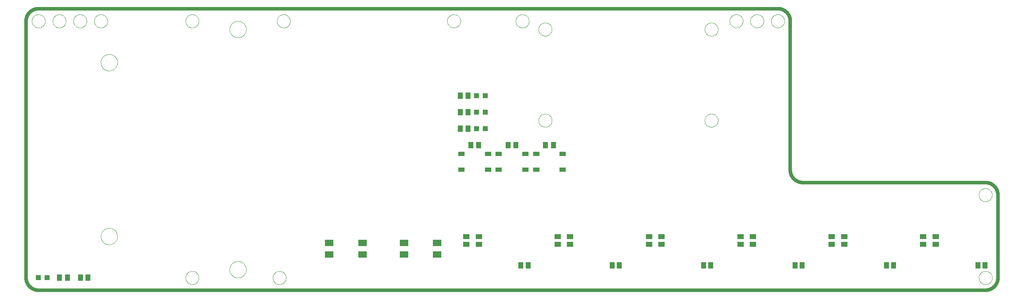
<source format=gtp>
G75*
%MOIN*%
%OFA0B0*%
%FSLAX25Y25*%
%IPPOS*%
%LPD*%
%AMOC8*
5,1,8,0,0,1.08239X$1,22.5*
%
%ADD10C,0.03200*%
%ADD11C,0.00000*%
%ADD12R,0.04724X0.04724*%
%ADD13R,0.05118X0.06299*%
%ADD14R,0.05118X0.05906*%
%ADD15R,0.07874X0.06299*%
%ADD16R,0.06299X0.03937*%
%ADD17R,0.06299X0.05118*%
D10*
X0048028Y0032555D02*
X0945666Y0032555D01*
X0945951Y0032558D01*
X0946237Y0032569D01*
X0946522Y0032586D01*
X0946806Y0032610D01*
X0947090Y0032641D01*
X0947373Y0032679D01*
X0947654Y0032724D01*
X0947935Y0032775D01*
X0948215Y0032833D01*
X0948493Y0032898D01*
X0948769Y0032970D01*
X0949043Y0033048D01*
X0949316Y0033133D01*
X0949586Y0033225D01*
X0949854Y0033323D01*
X0950120Y0033427D01*
X0950383Y0033538D01*
X0950643Y0033655D01*
X0950901Y0033778D01*
X0951155Y0033908D01*
X0951406Y0034044D01*
X0951654Y0034185D01*
X0951898Y0034333D01*
X0952139Y0034486D01*
X0952375Y0034646D01*
X0952608Y0034811D01*
X0952837Y0034981D01*
X0953062Y0035157D01*
X0953282Y0035339D01*
X0953498Y0035525D01*
X0953709Y0035717D01*
X0953916Y0035914D01*
X0954118Y0036116D01*
X0954315Y0036323D01*
X0954507Y0036534D01*
X0954693Y0036750D01*
X0954875Y0036970D01*
X0955051Y0037195D01*
X0955221Y0037424D01*
X0955386Y0037657D01*
X0955546Y0037893D01*
X0955699Y0038134D01*
X0955847Y0038378D01*
X0955988Y0038626D01*
X0956124Y0038877D01*
X0956254Y0039131D01*
X0956377Y0039389D01*
X0956494Y0039649D01*
X0956605Y0039912D01*
X0956709Y0040178D01*
X0956807Y0040446D01*
X0956899Y0040716D01*
X0956984Y0040989D01*
X0957062Y0041263D01*
X0957134Y0041539D01*
X0957199Y0041817D01*
X0957257Y0042097D01*
X0957308Y0042378D01*
X0957353Y0042659D01*
X0957391Y0042942D01*
X0957422Y0043226D01*
X0957446Y0043510D01*
X0957463Y0043795D01*
X0957474Y0044081D01*
X0957477Y0044366D01*
X0957477Y0123106D01*
X0957474Y0123391D01*
X0957463Y0123677D01*
X0957446Y0123962D01*
X0957422Y0124246D01*
X0957391Y0124530D01*
X0957353Y0124813D01*
X0957308Y0125094D01*
X0957257Y0125375D01*
X0957199Y0125655D01*
X0957134Y0125933D01*
X0957062Y0126209D01*
X0956984Y0126483D01*
X0956899Y0126756D01*
X0956807Y0127026D01*
X0956709Y0127294D01*
X0956605Y0127560D01*
X0956494Y0127823D01*
X0956377Y0128083D01*
X0956254Y0128341D01*
X0956124Y0128595D01*
X0955988Y0128846D01*
X0955847Y0129094D01*
X0955699Y0129338D01*
X0955546Y0129579D01*
X0955386Y0129815D01*
X0955221Y0130048D01*
X0955051Y0130277D01*
X0954875Y0130502D01*
X0954693Y0130722D01*
X0954507Y0130938D01*
X0954315Y0131149D01*
X0954118Y0131356D01*
X0953916Y0131558D01*
X0953709Y0131755D01*
X0953498Y0131947D01*
X0953282Y0132133D01*
X0953062Y0132315D01*
X0952837Y0132491D01*
X0952608Y0132661D01*
X0952375Y0132826D01*
X0952139Y0132986D01*
X0951898Y0133139D01*
X0951654Y0133287D01*
X0951406Y0133428D01*
X0951155Y0133564D01*
X0950901Y0133694D01*
X0950643Y0133817D01*
X0950383Y0133934D01*
X0950120Y0134045D01*
X0949854Y0134149D01*
X0949586Y0134247D01*
X0949316Y0134339D01*
X0949043Y0134424D01*
X0948769Y0134502D01*
X0948493Y0134574D01*
X0948215Y0134639D01*
X0947935Y0134697D01*
X0947654Y0134748D01*
X0947373Y0134793D01*
X0947090Y0134831D01*
X0946806Y0134862D01*
X0946522Y0134886D01*
X0946237Y0134903D01*
X0945951Y0134914D01*
X0945666Y0134917D01*
X0772438Y0134917D01*
X0772153Y0134920D01*
X0771867Y0134931D01*
X0771582Y0134948D01*
X0771298Y0134972D01*
X0771014Y0135003D01*
X0770731Y0135041D01*
X0770450Y0135086D01*
X0770169Y0135137D01*
X0769889Y0135195D01*
X0769611Y0135260D01*
X0769335Y0135332D01*
X0769061Y0135410D01*
X0768788Y0135495D01*
X0768518Y0135587D01*
X0768250Y0135685D01*
X0767984Y0135789D01*
X0767721Y0135900D01*
X0767461Y0136017D01*
X0767203Y0136140D01*
X0766949Y0136270D01*
X0766698Y0136406D01*
X0766450Y0136547D01*
X0766206Y0136695D01*
X0765965Y0136848D01*
X0765729Y0137008D01*
X0765496Y0137173D01*
X0765267Y0137343D01*
X0765042Y0137519D01*
X0764822Y0137701D01*
X0764606Y0137887D01*
X0764395Y0138079D01*
X0764188Y0138276D01*
X0763986Y0138478D01*
X0763789Y0138685D01*
X0763597Y0138896D01*
X0763411Y0139112D01*
X0763229Y0139332D01*
X0763053Y0139557D01*
X0762883Y0139786D01*
X0762718Y0140019D01*
X0762558Y0140255D01*
X0762405Y0140496D01*
X0762257Y0140740D01*
X0762116Y0140988D01*
X0761980Y0141239D01*
X0761850Y0141493D01*
X0761727Y0141751D01*
X0761610Y0142011D01*
X0761499Y0142274D01*
X0761395Y0142540D01*
X0761297Y0142808D01*
X0761205Y0143078D01*
X0761120Y0143351D01*
X0761042Y0143625D01*
X0760970Y0143901D01*
X0760905Y0144179D01*
X0760847Y0144459D01*
X0760796Y0144740D01*
X0760751Y0145021D01*
X0760713Y0145304D01*
X0760682Y0145588D01*
X0760658Y0145872D01*
X0760641Y0146157D01*
X0760630Y0146443D01*
X0760627Y0146728D01*
X0760627Y0288461D01*
X0760624Y0288746D01*
X0760613Y0289032D01*
X0760596Y0289317D01*
X0760572Y0289601D01*
X0760541Y0289885D01*
X0760503Y0290168D01*
X0760458Y0290449D01*
X0760407Y0290730D01*
X0760349Y0291010D01*
X0760284Y0291288D01*
X0760212Y0291564D01*
X0760134Y0291838D01*
X0760049Y0292111D01*
X0759957Y0292381D01*
X0759859Y0292649D01*
X0759755Y0292915D01*
X0759644Y0293178D01*
X0759527Y0293438D01*
X0759404Y0293696D01*
X0759274Y0293950D01*
X0759138Y0294201D01*
X0758997Y0294449D01*
X0758849Y0294693D01*
X0758696Y0294934D01*
X0758536Y0295170D01*
X0758371Y0295403D01*
X0758201Y0295632D01*
X0758025Y0295857D01*
X0757843Y0296077D01*
X0757657Y0296293D01*
X0757465Y0296504D01*
X0757268Y0296711D01*
X0757066Y0296913D01*
X0756859Y0297110D01*
X0756648Y0297302D01*
X0756432Y0297488D01*
X0756212Y0297670D01*
X0755987Y0297846D01*
X0755758Y0298016D01*
X0755525Y0298181D01*
X0755289Y0298341D01*
X0755048Y0298494D01*
X0754804Y0298642D01*
X0754556Y0298783D01*
X0754305Y0298919D01*
X0754051Y0299049D01*
X0753793Y0299172D01*
X0753533Y0299289D01*
X0753270Y0299400D01*
X0753004Y0299504D01*
X0752736Y0299602D01*
X0752466Y0299694D01*
X0752193Y0299779D01*
X0751919Y0299857D01*
X0751643Y0299929D01*
X0751365Y0299994D01*
X0751085Y0300052D01*
X0750804Y0300103D01*
X0750523Y0300148D01*
X0750240Y0300186D01*
X0749956Y0300217D01*
X0749672Y0300241D01*
X0749387Y0300258D01*
X0749101Y0300269D01*
X0748816Y0300272D01*
X0048028Y0300272D01*
X0047743Y0300269D01*
X0047457Y0300258D01*
X0047172Y0300241D01*
X0046888Y0300217D01*
X0046604Y0300186D01*
X0046321Y0300148D01*
X0046040Y0300103D01*
X0045759Y0300052D01*
X0045479Y0299994D01*
X0045201Y0299929D01*
X0044925Y0299857D01*
X0044651Y0299779D01*
X0044378Y0299694D01*
X0044108Y0299602D01*
X0043840Y0299504D01*
X0043574Y0299400D01*
X0043311Y0299289D01*
X0043051Y0299172D01*
X0042793Y0299049D01*
X0042539Y0298919D01*
X0042288Y0298783D01*
X0042040Y0298642D01*
X0041796Y0298494D01*
X0041555Y0298341D01*
X0041319Y0298181D01*
X0041086Y0298016D01*
X0040857Y0297846D01*
X0040632Y0297670D01*
X0040412Y0297488D01*
X0040196Y0297302D01*
X0039985Y0297110D01*
X0039778Y0296913D01*
X0039576Y0296711D01*
X0039379Y0296504D01*
X0039187Y0296293D01*
X0039001Y0296077D01*
X0038819Y0295857D01*
X0038643Y0295632D01*
X0038473Y0295403D01*
X0038308Y0295170D01*
X0038148Y0294934D01*
X0037995Y0294693D01*
X0037847Y0294449D01*
X0037706Y0294201D01*
X0037570Y0293950D01*
X0037440Y0293696D01*
X0037317Y0293438D01*
X0037200Y0293178D01*
X0037089Y0292915D01*
X0036985Y0292649D01*
X0036887Y0292381D01*
X0036795Y0292111D01*
X0036710Y0291838D01*
X0036632Y0291564D01*
X0036560Y0291288D01*
X0036495Y0291010D01*
X0036437Y0290730D01*
X0036386Y0290449D01*
X0036341Y0290168D01*
X0036303Y0289885D01*
X0036272Y0289601D01*
X0036248Y0289317D01*
X0036231Y0289032D01*
X0036220Y0288746D01*
X0036217Y0288461D01*
X0036217Y0044366D01*
X0036220Y0044081D01*
X0036231Y0043795D01*
X0036248Y0043510D01*
X0036272Y0043226D01*
X0036303Y0042942D01*
X0036341Y0042659D01*
X0036386Y0042378D01*
X0036437Y0042097D01*
X0036495Y0041817D01*
X0036560Y0041539D01*
X0036632Y0041263D01*
X0036710Y0040989D01*
X0036795Y0040716D01*
X0036887Y0040446D01*
X0036985Y0040178D01*
X0037089Y0039912D01*
X0037200Y0039649D01*
X0037317Y0039389D01*
X0037440Y0039131D01*
X0037570Y0038877D01*
X0037706Y0038626D01*
X0037847Y0038378D01*
X0037995Y0038134D01*
X0038148Y0037893D01*
X0038308Y0037657D01*
X0038473Y0037424D01*
X0038643Y0037195D01*
X0038819Y0036970D01*
X0039001Y0036750D01*
X0039187Y0036534D01*
X0039379Y0036323D01*
X0039576Y0036116D01*
X0039778Y0035914D01*
X0039985Y0035717D01*
X0040196Y0035525D01*
X0040412Y0035339D01*
X0040632Y0035157D01*
X0040857Y0034981D01*
X0041086Y0034811D01*
X0041319Y0034646D01*
X0041555Y0034486D01*
X0041796Y0034333D01*
X0042040Y0034185D01*
X0042288Y0034044D01*
X0042539Y0033908D01*
X0042793Y0033778D01*
X0043051Y0033655D01*
X0043311Y0033538D01*
X0043574Y0033427D01*
X0043840Y0033323D01*
X0044108Y0033225D01*
X0044378Y0033133D01*
X0044651Y0033048D01*
X0044925Y0032970D01*
X0045201Y0032898D01*
X0045479Y0032833D01*
X0045759Y0032775D01*
X0046040Y0032724D01*
X0046321Y0032679D01*
X0046604Y0032641D01*
X0046888Y0032610D01*
X0047172Y0032586D01*
X0047457Y0032569D01*
X0047743Y0032558D01*
X0048028Y0032555D01*
D11*
X0107083Y0083736D02*
X0107085Y0083929D01*
X0107092Y0084122D01*
X0107104Y0084315D01*
X0107121Y0084508D01*
X0107142Y0084700D01*
X0107168Y0084891D01*
X0107199Y0085082D01*
X0107234Y0085272D01*
X0107274Y0085461D01*
X0107319Y0085649D01*
X0107368Y0085836D01*
X0107422Y0086022D01*
X0107480Y0086206D01*
X0107543Y0086389D01*
X0107611Y0086570D01*
X0107682Y0086749D01*
X0107759Y0086927D01*
X0107839Y0087103D01*
X0107924Y0087276D01*
X0108013Y0087448D01*
X0108106Y0087617D01*
X0108203Y0087784D01*
X0108305Y0087949D01*
X0108410Y0088111D01*
X0108519Y0088270D01*
X0108633Y0088427D01*
X0108750Y0088580D01*
X0108870Y0088731D01*
X0108995Y0088879D01*
X0109123Y0089024D01*
X0109254Y0089165D01*
X0109389Y0089304D01*
X0109528Y0089439D01*
X0109669Y0089570D01*
X0109814Y0089698D01*
X0109962Y0089823D01*
X0110113Y0089943D01*
X0110266Y0090060D01*
X0110423Y0090174D01*
X0110582Y0090283D01*
X0110744Y0090388D01*
X0110909Y0090490D01*
X0111076Y0090587D01*
X0111245Y0090680D01*
X0111417Y0090769D01*
X0111590Y0090854D01*
X0111766Y0090934D01*
X0111944Y0091011D01*
X0112123Y0091082D01*
X0112304Y0091150D01*
X0112487Y0091213D01*
X0112671Y0091271D01*
X0112857Y0091325D01*
X0113044Y0091374D01*
X0113232Y0091419D01*
X0113421Y0091459D01*
X0113611Y0091494D01*
X0113802Y0091525D01*
X0113993Y0091551D01*
X0114185Y0091572D01*
X0114378Y0091589D01*
X0114571Y0091601D01*
X0114764Y0091608D01*
X0114957Y0091610D01*
X0115150Y0091608D01*
X0115343Y0091601D01*
X0115536Y0091589D01*
X0115729Y0091572D01*
X0115921Y0091551D01*
X0116112Y0091525D01*
X0116303Y0091494D01*
X0116493Y0091459D01*
X0116682Y0091419D01*
X0116870Y0091374D01*
X0117057Y0091325D01*
X0117243Y0091271D01*
X0117427Y0091213D01*
X0117610Y0091150D01*
X0117791Y0091082D01*
X0117970Y0091011D01*
X0118148Y0090934D01*
X0118324Y0090854D01*
X0118497Y0090769D01*
X0118669Y0090680D01*
X0118838Y0090587D01*
X0119005Y0090490D01*
X0119170Y0090388D01*
X0119332Y0090283D01*
X0119491Y0090174D01*
X0119648Y0090060D01*
X0119801Y0089943D01*
X0119952Y0089823D01*
X0120100Y0089698D01*
X0120245Y0089570D01*
X0120386Y0089439D01*
X0120525Y0089304D01*
X0120660Y0089165D01*
X0120791Y0089024D01*
X0120919Y0088879D01*
X0121044Y0088731D01*
X0121164Y0088580D01*
X0121281Y0088427D01*
X0121395Y0088270D01*
X0121504Y0088111D01*
X0121609Y0087949D01*
X0121711Y0087784D01*
X0121808Y0087617D01*
X0121901Y0087448D01*
X0121990Y0087276D01*
X0122075Y0087103D01*
X0122155Y0086927D01*
X0122232Y0086749D01*
X0122303Y0086570D01*
X0122371Y0086389D01*
X0122434Y0086206D01*
X0122492Y0086022D01*
X0122546Y0085836D01*
X0122595Y0085649D01*
X0122640Y0085461D01*
X0122680Y0085272D01*
X0122715Y0085082D01*
X0122746Y0084891D01*
X0122772Y0084700D01*
X0122793Y0084508D01*
X0122810Y0084315D01*
X0122822Y0084122D01*
X0122829Y0083929D01*
X0122831Y0083736D01*
X0122829Y0083543D01*
X0122822Y0083350D01*
X0122810Y0083157D01*
X0122793Y0082964D01*
X0122772Y0082772D01*
X0122746Y0082581D01*
X0122715Y0082390D01*
X0122680Y0082200D01*
X0122640Y0082011D01*
X0122595Y0081823D01*
X0122546Y0081636D01*
X0122492Y0081450D01*
X0122434Y0081266D01*
X0122371Y0081083D01*
X0122303Y0080902D01*
X0122232Y0080723D01*
X0122155Y0080545D01*
X0122075Y0080369D01*
X0121990Y0080196D01*
X0121901Y0080024D01*
X0121808Y0079855D01*
X0121711Y0079688D01*
X0121609Y0079523D01*
X0121504Y0079361D01*
X0121395Y0079202D01*
X0121281Y0079045D01*
X0121164Y0078892D01*
X0121044Y0078741D01*
X0120919Y0078593D01*
X0120791Y0078448D01*
X0120660Y0078307D01*
X0120525Y0078168D01*
X0120386Y0078033D01*
X0120245Y0077902D01*
X0120100Y0077774D01*
X0119952Y0077649D01*
X0119801Y0077529D01*
X0119648Y0077412D01*
X0119491Y0077298D01*
X0119332Y0077189D01*
X0119170Y0077084D01*
X0119005Y0076982D01*
X0118838Y0076885D01*
X0118669Y0076792D01*
X0118497Y0076703D01*
X0118324Y0076618D01*
X0118148Y0076538D01*
X0117970Y0076461D01*
X0117791Y0076390D01*
X0117610Y0076322D01*
X0117427Y0076259D01*
X0117243Y0076201D01*
X0117057Y0076147D01*
X0116870Y0076098D01*
X0116682Y0076053D01*
X0116493Y0076013D01*
X0116303Y0075978D01*
X0116112Y0075947D01*
X0115921Y0075921D01*
X0115729Y0075900D01*
X0115536Y0075883D01*
X0115343Y0075871D01*
X0115150Y0075864D01*
X0114957Y0075862D01*
X0114764Y0075864D01*
X0114571Y0075871D01*
X0114378Y0075883D01*
X0114185Y0075900D01*
X0113993Y0075921D01*
X0113802Y0075947D01*
X0113611Y0075978D01*
X0113421Y0076013D01*
X0113232Y0076053D01*
X0113044Y0076098D01*
X0112857Y0076147D01*
X0112671Y0076201D01*
X0112487Y0076259D01*
X0112304Y0076322D01*
X0112123Y0076390D01*
X0111944Y0076461D01*
X0111766Y0076538D01*
X0111590Y0076618D01*
X0111417Y0076703D01*
X0111245Y0076792D01*
X0111076Y0076885D01*
X0110909Y0076982D01*
X0110744Y0077084D01*
X0110582Y0077189D01*
X0110423Y0077298D01*
X0110266Y0077412D01*
X0110113Y0077529D01*
X0109962Y0077649D01*
X0109814Y0077774D01*
X0109669Y0077902D01*
X0109528Y0078033D01*
X0109389Y0078168D01*
X0109254Y0078307D01*
X0109123Y0078448D01*
X0108995Y0078593D01*
X0108870Y0078741D01*
X0108750Y0078892D01*
X0108633Y0079045D01*
X0108519Y0079202D01*
X0108410Y0079361D01*
X0108305Y0079523D01*
X0108203Y0079688D01*
X0108106Y0079855D01*
X0108013Y0080024D01*
X0107924Y0080196D01*
X0107839Y0080369D01*
X0107759Y0080545D01*
X0107682Y0080723D01*
X0107611Y0080902D01*
X0107543Y0081083D01*
X0107480Y0081266D01*
X0107422Y0081450D01*
X0107368Y0081636D01*
X0107319Y0081823D01*
X0107274Y0082011D01*
X0107234Y0082200D01*
X0107199Y0082390D01*
X0107168Y0082581D01*
X0107142Y0082772D01*
X0107121Y0082964D01*
X0107104Y0083157D01*
X0107092Y0083350D01*
X0107085Y0083543D01*
X0107083Y0083736D01*
X0187399Y0044366D02*
X0187401Y0044524D01*
X0187407Y0044682D01*
X0187417Y0044840D01*
X0187431Y0044998D01*
X0187449Y0045155D01*
X0187470Y0045312D01*
X0187496Y0045468D01*
X0187526Y0045624D01*
X0187559Y0045779D01*
X0187597Y0045932D01*
X0187638Y0046085D01*
X0187683Y0046237D01*
X0187732Y0046388D01*
X0187785Y0046537D01*
X0187841Y0046685D01*
X0187901Y0046831D01*
X0187965Y0046976D01*
X0188033Y0047119D01*
X0188104Y0047261D01*
X0188178Y0047401D01*
X0188256Y0047538D01*
X0188338Y0047674D01*
X0188422Y0047808D01*
X0188511Y0047939D01*
X0188602Y0048068D01*
X0188697Y0048195D01*
X0188794Y0048320D01*
X0188895Y0048442D01*
X0188999Y0048561D01*
X0189106Y0048678D01*
X0189216Y0048792D01*
X0189329Y0048903D01*
X0189444Y0049012D01*
X0189562Y0049117D01*
X0189683Y0049219D01*
X0189806Y0049319D01*
X0189932Y0049415D01*
X0190060Y0049508D01*
X0190190Y0049598D01*
X0190323Y0049684D01*
X0190458Y0049768D01*
X0190594Y0049847D01*
X0190733Y0049924D01*
X0190874Y0049996D01*
X0191016Y0050066D01*
X0191160Y0050131D01*
X0191306Y0050193D01*
X0191453Y0050251D01*
X0191602Y0050306D01*
X0191752Y0050357D01*
X0191903Y0050404D01*
X0192055Y0050447D01*
X0192208Y0050486D01*
X0192363Y0050522D01*
X0192518Y0050553D01*
X0192674Y0050581D01*
X0192830Y0050605D01*
X0192987Y0050625D01*
X0193145Y0050641D01*
X0193302Y0050653D01*
X0193461Y0050661D01*
X0193619Y0050665D01*
X0193777Y0050665D01*
X0193935Y0050661D01*
X0194094Y0050653D01*
X0194251Y0050641D01*
X0194409Y0050625D01*
X0194566Y0050605D01*
X0194722Y0050581D01*
X0194878Y0050553D01*
X0195033Y0050522D01*
X0195188Y0050486D01*
X0195341Y0050447D01*
X0195493Y0050404D01*
X0195644Y0050357D01*
X0195794Y0050306D01*
X0195943Y0050251D01*
X0196090Y0050193D01*
X0196236Y0050131D01*
X0196380Y0050066D01*
X0196522Y0049996D01*
X0196663Y0049924D01*
X0196802Y0049847D01*
X0196938Y0049768D01*
X0197073Y0049684D01*
X0197206Y0049598D01*
X0197336Y0049508D01*
X0197464Y0049415D01*
X0197590Y0049319D01*
X0197713Y0049219D01*
X0197834Y0049117D01*
X0197952Y0049012D01*
X0198067Y0048903D01*
X0198180Y0048792D01*
X0198290Y0048678D01*
X0198397Y0048561D01*
X0198501Y0048442D01*
X0198602Y0048320D01*
X0198699Y0048195D01*
X0198794Y0048068D01*
X0198885Y0047939D01*
X0198974Y0047808D01*
X0199058Y0047674D01*
X0199140Y0047538D01*
X0199218Y0047401D01*
X0199292Y0047261D01*
X0199363Y0047119D01*
X0199431Y0046976D01*
X0199495Y0046831D01*
X0199555Y0046685D01*
X0199611Y0046537D01*
X0199664Y0046388D01*
X0199713Y0046237D01*
X0199758Y0046085D01*
X0199799Y0045932D01*
X0199837Y0045779D01*
X0199870Y0045624D01*
X0199900Y0045468D01*
X0199926Y0045312D01*
X0199947Y0045155D01*
X0199965Y0044998D01*
X0199979Y0044840D01*
X0199989Y0044682D01*
X0199995Y0044524D01*
X0199997Y0044366D01*
X0199995Y0044208D01*
X0199989Y0044050D01*
X0199979Y0043892D01*
X0199965Y0043734D01*
X0199947Y0043577D01*
X0199926Y0043420D01*
X0199900Y0043264D01*
X0199870Y0043108D01*
X0199837Y0042953D01*
X0199799Y0042800D01*
X0199758Y0042647D01*
X0199713Y0042495D01*
X0199664Y0042344D01*
X0199611Y0042195D01*
X0199555Y0042047D01*
X0199495Y0041901D01*
X0199431Y0041756D01*
X0199363Y0041613D01*
X0199292Y0041471D01*
X0199218Y0041331D01*
X0199140Y0041194D01*
X0199058Y0041058D01*
X0198974Y0040924D01*
X0198885Y0040793D01*
X0198794Y0040664D01*
X0198699Y0040537D01*
X0198602Y0040412D01*
X0198501Y0040290D01*
X0198397Y0040171D01*
X0198290Y0040054D01*
X0198180Y0039940D01*
X0198067Y0039829D01*
X0197952Y0039720D01*
X0197834Y0039615D01*
X0197713Y0039513D01*
X0197590Y0039413D01*
X0197464Y0039317D01*
X0197336Y0039224D01*
X0197206Y0039134D01*
X0197073Y0039048D01*
X0196938Y0038964D01*
X0196802Y0038885D01*
X0196663Y0038808D01*
X0196522Y0038736D01*
X0196380Y0038666D01*
X0196236Y0038601D01*
X0196090Y0038539D01*
X0195943Y0038481D01*
X0195794Y0038426D01*
X0195644Y0038375D01*
X0195493Y0038328D01*
X0195341Y0038285D01*
X0195188Y0038246D01*
X0195033Y0038210D01*
X0194878Y0038179D01*
X0194722Y0038151D01*
X0194566Y0038127D01*
X0194409Y0038107D01*
X0194251Y0038091D01*
X0194094Y0038079D01*
X0193935Y0038071D01*
X0193777Y0038067D01*
X0193619Y0038067D01*
X0193461Y0038071D01*
X0193302Y0038079D01*
X0193145Y0038091D01*
X0192987Y0038107D01*
X0192830Y0038127D01*
X0192674Y0038151D01*
X0192518Y0038179D01*
X0192363Y0038210D01*
X0192208Y0038246D01*
X0192055Y0038285D01*
X0191903Y0038328D01*
X0191752Y0038375D01*
X0191602Y0038426D01*
X0191453Y0038481D01*
X0191306Y0038539D01*
X0191160Y0038601D01*
X0191016Y0038666D01*
X0190874Y0038736D01*
X0190733Y0038808D01*
X0190594Y0038885D01*
X0190458Y0038964D01*
X0190323Y0039048D01*
X0190190Y0039134D01*
X0190060Y0039224D01*
X0189932Y0039317D01*
X0189806Y0039413D01*
X0189683Y0039513D01*
X0189562Y0039615D01*
X0189444Y0039720D01*
X0189329Y0039829D01*
X0189216Y0039940D01*
X0189106Y0040054D01*
X0188999Y0040171D01*
X0188895Y0040290D01*
X0188794Y0040412D01*
X0188697Y0040537D01*
X0188602Y0040664D01*
X0188511Y0040793D01*
X0188422Y0040924D01*
X0188338Y0041058D01*
X0188256Y0041194D01*
X0188178Y0041331D01*
X0188104Y0041471D01*
X0188033Y0041613D01*
X0187965Y0041756D01*
X0187901Y0041901D01*
X0187841Y0042047D01*
X0187785Y0042195D01*
X0187732Y0042344D01*
X0187683Y0042495D01*
X0187638Y0042647D01*
X0187597Y0042800D01*
X0187559Y0042953D01*
X0187526Y0043108D01*
X0187496Y0043264D01*
X0187470Y0043420D01*
X0187449Y0043577D01*
X0187431Y0043734D01*
X0187417Y0043892D01*
X0187407Y0044050D01*
X0187401Y0044208D01*
X0187399Y0044366D01*
X0229131Y0052240D02*
X0229133Y0052433D01*
X0229140Y0052626D01*
X0229152Y0052819D01*
X0229169Y0053012D01*
X0229190Y0053204D01*
X0229216Y0053395D01*
X0229247Y0053586D01*
X0229282Y0053776D01*
X0229322Y0053965D01*
X0229367Y0054153D01*
X0229416Y0054340D01*
X0229470Y0054526D01*
X0229528Y0054710D01*
X0229591Y0054893D01*
X0229659Y0055074D01*
X0229730Y0055253D01*
X0229807Y0055431D01*
X0229887Y0055607D01*
X0229972Y0055780D01*
X0230061Y0055952D01*
X0230154Y0056121D01*
X0230251Y0056288D01*
X0230353Y0056453D01*
X0230458Y0056615D01*
X0230567Y0056774D01*
X0230681Y0056931D01*
X0230798Y0057084D01*
X0230918Y0057235D01*
X0231043Y0057383D01*
X0231171Y0057528D01*
X0231302Y0057669D01*
X0231437Y0057808D01*
X0231576Y0057943D01*
X0231717Y0058074D01*
X0231862Y0058202D01*
X0232010Y0058327D01*
X0232161Y0058447D01*
X0232314Y0058564D01*
X0232471Y0058678D01*
X0232630Y0058787D01*
X0232792Y0058892D01*
X0232957Y0058994D01*
X0233124Y0059091D01*
X0233293Y0059184D01*
X0233465Y0059273D01*
X0233638Y0059358D01*
X0233814Y0059438D01*
X0233992Y0059515D01*
X0234171Y0059586D01*
X0234352Y0059654D01*
X0234535Y0059717D01*
X0234719Y0059775D01*
X0234905Y0059829D01*
X0235092Y0059878D01*
X0235280Y0059923D01*
X0235469Y0059963D01*
X0235659Y0059998D01*
X0235850Y0060029D01*
X0236041Y0060055D01*
X0236233Y0060076D01*
X0236426Y0060093D01*
X0236619Y0060105D01*
X0236812Y0060112D01*
X0237005Y0060114D01*
X0237198Y0060112D01*
X0237391Y0060105D01*
X0237584Y0060093D01*
X0237777Y0060076D01*
X0237969Y0060055D01*
X0238160Y0060029D01*
X0238351Y0059998D01*
X0238541Y0059963D01*
X0238730Y0059923D01*
X0238918Y0059878D01*
X0239105Y0059829D01*
X0239291Y0059775D01*
X0239475Y0059717D01*
X0239658Y0059654D01*
X0239839Y0059586D01*
X0240018Y0059515D01*
X0240196Y0059438D01*
X0240372Y0059358D01*
X0240545Y0059273D01*
X0240717Y0059184D01*
X0240886Y0059091D01*
X0241053Y0058994D01*
X0241218Y0058892D01*
X0241380Y0058787D01*
X0241539Y0058678D01*
X0241696Y0058564D01*
X0241849Y0058447D01*
X0242000Y0058327D01*
X0242148Y0058202D01*
X0242293Y0058074D01*
X0242434Y0057943D01*
X0242573Y0057808D01*
X0242708Y0057669D01*
X0242839Y0057528D01*
X0242967Y0057383D01*
X0243092Y0057235D01*
X0243212Y0057084D01*
X0243329Y0056931D01*
X0243443Y0056774D01*
X0243552Y0056615D01*
X0243657Y0056453D01*
X0243759Y0056288D01*
X0243856Y0056121D01*
X0243949Y0055952D01*
X0244038Y0055780D01*
X0244123Y0055607D01*
X0244203Y0055431D01*
X0244280Y0055253D01*
X0244351Y0055074D01*
X0244419Y0054893D01*
X0244482Y0054710D01*
X0244540Y0054526D01*
X0244594Y0054340D01*
X0244643Y0054153D01*
X0244688Y0053965D01*
X0244728Y0053776D01*
X0244763Y0053586D01*
X0244794Y0053395D01*
X0244820Y0053204D01*
X0244841Y0053012D01*
X0244858Y0052819D01*
X0244870Y0052626D01*
X0244877Y0052433D01*
X0244879Y0052240D01*
X0244877Y0052047D01*
X0244870Y0051854D01*
X0244858Y0051661D01*
X0244841Y0051468D01*
X0244820Y0051276D01*
X0244794Y0051085D01*
X0244763Y0050894D01*
X0244728Y0050704D01*
X0244688Y0050515D01*
X0244643Y0050327D01*
X0244594Y0050140D01*
X0244540Y0049954D01*
X0244482Y0049770D01*
X0244419Y0049587D01*
X0244351Y0049406D01*
X0244280Y0049227D01*
X0244203Y0049049D01*
X0244123Y0048873D01*
X0244038Y0048700D01*
X0243949Y0048528D01*
X0243856Y0048359D01*
X0243759Y0048192D01*
X0243657Y0048027D01*
X0243552Y0047865D01*
X0243443Y0047706D01*
X0243329Y0047549D01*
X0243212Y0047396D01*
X0243092Y0047245D01*
X0242967Y0047097D01*
X0242839Y0046952D01*
X0242708Y0046811D01*
X0242573Y0046672D01*
X0242434Y0046537D01*
X0242293Y0046406D01*
X0242148Y0046278D01*
X0242000Y0046153D01*
X0241849Y0046033D01*
X0241696Y0045916D01*
X0241539Y0045802D01*
X0241380Y0045693D01*
X0241218Y0045588D01*
X0241053Y0045486D01*
X0240886Y0045389D01*
X0240717Y0045296D01*
X0240545Y0045207D01*
X0240372Y0045122D01*
X0240196Y0045042D01*
X0240018Y0044965D01*
X0239839Y0044894D01*
X0239658Y0044826D01*
X0239475Y0044763D01*
X0239291Y0044705D01*
X0239105Y0044651D01*
X0238918Y0044602D01*
X0238730Y0044557D01*
X0238541Y0044517D01*
X0238351Y0044482D01*
X0238160Y0044451D01*
X0237969Y0044425D01*
X0237777Y0044404D01*
X0237584Y0044387D01*
X0237391Y0044375D01*
X0237198Y0044368D01*
X0237005Y0044366D01*
X0236812Y0044368D01*
X0236619Y0044375D01*
X0236426Y0044387D01*
X0236233Y0044404D01*
X0236041Y0044425D01*
X0235850Y0044451D01*
X0235659Y0044482D01*
X0235469Y0044517D01*
X0235280Y0044557D01*
X0235092Y0044602D01*
X0234905Y0044651D01*
X0234719Y0044705D01*
X0234535Y0044763D01*
X0234352Y0044826D01*
X0234171Y0044894D01*
X0233992Y0044965D01*
X0233814Y0045042D01*
X0233638Y0045122D01*
X0233465Y0045207D01*
X0233293Y0045296D01*
X0233124Y0045389D01*
X0232957Y0045486D01*
X0232792Y0045588D01*
X0232630Y0045693D01*
X0232471Y0045802D01*
X0232314Y0045916D01*
X0232161Y0046033D01*
X0232010Y0046153D01*
X0231862Y0046278D01*
X0231717Y0046406D01*
X0231576Y0046537D01*
X0231437Y0046672D01*
X0231302Y0046811D01*
X0231171Y0046952D01*
X0231043Y0047097D01*
X0230918Y0047245D01*
X0230798Y0047396D01*
X0230681Y0047549D01*
X0230567Y0047706D01*
X0230458Y0047865D01*
X0230353Y0048027D01*
X0230251Y0048192D01*
X0230154Y0048359D01*
X0230061Y0048528D01*
X0229972Y0048700D01*
X0229887Y0048873D01*
X0229807Y0049049D01*
X0229730Y0049227D01*
X0229659Y0049406D01*
X0229591Y0049587D01*
X0229528Y0049770D01*
X0229470Y0049954D01*
X0229416Y0050140D01*
X0229367Y0050327D01*
X0229322Y0050515D01*
X0229282Y0050704D01*
X0229247Y0050894D01*
X0229216Y0051085D01*
X0229190Y0051276D01*
X0229169Y0051468D01*
X0229152Y0051661D01*
X0229140Y0051854D01*
X0229133Y0052047D01*
X0229131Y0052240D01*
X0270076Y0044366D02*
X0270078Y0044524D01*
X0270084Y0044682D01*
X0270094Y0044840D01*
X0270108Y0044998D01*
X0270126Y0045155D01*
X0270147Y0045312D01*
X0270173Y0045468D01*
X0270203Y0045624D01*
X0270236Y0045779D01*
X0270274Y0045932D01*
X0270315Y0046085D01*
X0270360Y0046237D01*
X0270409Y0046388D01*
X0270462Y0046537D01*
X0270518Y0046685D01*
X0270578Y0046831D01*
X0270642Y0046976D01*
X0270710Y0047119D01*
X0270781Y0047261D01*
X0270855Y0047401D01*
X0270933Y0047538D01*
X0271015Y0047674D01*
X0271099Y0047808D01*
X0271188Y0047939D01*
X0271279Y0048068D01*
X0271374Y0048195D01*
X0271471Y0048320D01*
X0271572Y0048442D01*
X0271676Y0048561D01*
X0271783Y0048678D01*
X0271893Y0048792D01*
X0272006Y0048903D01*
X0272121Y0049012D01*
X0272239Y0049117D01*
X0272360Y0049219D01*
X0272483Y0049319D01*
X0272609Y0049415D01*
X0272737Y0049508D01*
X0272867Y0049598D01*
X0273000Y0049684D01*
X0273135Y0049768D01*
X0273271Y0049847D01*
X0273410Y0049924D01*
X0273551Y0049996D01*
X0273693Y0050066D01*
X0273837Y0050131D01*
X0273983Y0050193D01*
X0274130Y0050251D01*
X0274279Y0050306D01*
X0274429Y0050357D01*
X0274580Y0050404D01*
X0274732Y0050447D01*
X0274885Y0050486D01*
X0275040Y0050522D01*
X0275195Y0050553D01*
X0275351Y0050581D01*
X0275507Y0050605D01*
X0275664Y0050625D01*
X0275822Y0050641D01*
X0275979Y0050653D01*
X0276138Y0050661D01*
X0276296Y0050665D01*
X0276454Y0050665D01*
X0276612Y0050661D01*
X0276771Y0050653D01*
X0276928Y0050641D01*
X0277086Y0050625D01*
X0277243Y0050605D01*
X0277399Y0050581D01*
X0277555Y0050553D01*
X0277710Y0050522D01*
X0277865Y0050486D01*
X0278018Y0050447D01*
X0278170Y0050404D01*
X0278321Y0050357D01*
X0278471Y0050306D01*
X0278620Y0050251D01*
X0278767Y0050193D01*
X0278913Y0050131D01*
X0279057Y0050066D01*
X0279199Y0049996D01*
X0279340Y0049924D01*
X0279479Y0049847D01*
X0279615Y0049768D01*
X0279750Y0049684D01*
X0279883Y0049598D01*
X0280013Y0049508D01*
X0280141Y0049415D01*
X0280267Y0049319D01*
X0280390Y0049219D01*
X0280511Y0049117D01*
X0280629Y0049012D01*
X0280744Y0048903D01*
X0280857Y0048792D01*
X0280967Y0048678D01*
X0281074Y0048561D01*
X0281178Y0048442D01*
X0281279Y0048320D01*
X0281376Y0048195D01*
X0281471Y0048068D01*
X0281562Y0047939D01*
X0281651Y0047808D01*
X0281735Y0047674D01*
X0281817Y0047538D01*
X0281895Y0047401D01*
X0281969Y0047261D01*
X0282040Y0047119D01*
X0282108Y0046976D01*
X0282172Y0046831D01*
X0282232Y0046685D01*
X0282288Y0046537D01*
X0282341Y0046388D01*
X0282390Y0046237D01*
X0282435Y0046085D01*
X0282476Y0045932D01*
X0282514Y0045779D01*
X0282547Y0045624D01*
X0282577Y0045468D01*
X0282603Y0045312D01*
X0282624Y0045155D01*
X0282642Y0044998D01*
X0282656Y0044840D01*
X0282666Y0044682D01*
X0282672Y0044524D01*
X0282674Y0044366D01*
X0282672Y0044208D01*
X0282666Y0044050D01*
X0282656Y0043892D01*
X0282642Y0043734D01*
X0282624Y0043577D01*
X0282603Y0043420D01*
X0282577Y0043264D01*
X0282547Y0043108D01*
X0282514Y0042953D01*
X0282476Y0042800D01*
X0282435Y0042647D01*
X0282390Y0042495D01*
X0282341Y0042344D01*
X0282288Y0042195D01*
X0282232Y0042047D01*
X0282172Y0041901D01*
X0282108Y0041756D01*
X0282040Y0041613D01*
X0281969Y0041471D01*
X0281895Y0041331D01*
X0281817Y0041194D01*
X0281735Y0041058D01*
X0281651Y0040924D01*
X0281562Y0040793D01*
X0281471Y0040664D01*
X0281376Y0040537D01*
X0281279Y0040412D01*
X0281178Y0040290D01*
X0281074Y0040171D01*
X0280967Y0040054D01*
X0280857Y0039940D01*
X0280744Y0039829D01*
X0280629Y0039720D01*
X0280511Y0039615D01*
X0280390Y0039513D01*
X0280267Y0039413D01*
X0280141Y0039317D01*
X0280013Y0039224D01*
X0279883Y0039134D01*
X0279750Y0039048D01*
X0279615Y0038964D01*
X0279479Y0038885D01*
X0279340Y0038808D01*
X0279199Y0038736D01*
X0279057Y0038666D01*
X0278913Y0038601D01*
X0278767Y0038539D01*
X0278620Y0038481D01*
X0278471Y0038426D01*
X0278321Y0038375D01*
X0278170Y0038328D01*
X0278018Y0038285D01*
X0277865Y0038246D01*
X0277710Y0038210D01*
X0277555Y0038179D01*
X0277399Y0038151D01*
X0277243Y0038127D01*
X0277086Y0038107D01*
X0276928Y0038091D01*
X0276771Y0038079D01*
X0276612Y0038071D01*
X0276454Y0038067D01*
X0276296Y0038067D01*
X0276138Y0038071D01*
X0275979Y0038079D01*
X0275822Y0038091D01*
X0275664Y0038107D01*
X0275507Y0038127D01*
X0275351Y0038151D01*
X0275195Y0038179D01*
X0275040Y0038210D01*
X0274885Y0038246D01*
X0274732Y0038285D01*
X0274580Y0038328D01*
X0274429Y0038375D01*
X0274279Y0038426D01*
X0274130Y0038481D01*
X0273983Y0038539D01*
X0273837Y0038601D01*
X0273693Y0038666D01*
X0273551Y0038736D01*
X0273410Y0038808D01*
X0273271Y0038885D01*
X0273135Y0038964D01*
X0273000Y0039048D01*
X0272867Y0039134D01*
X0272737Y0039224D01*
X0272609Y0039317D01*
X0272483Y0039413D01*
X0272360Y0039513D01*
X0272239Y0039615D01*
X0272121Y0039720D01*
X0272006Y0039829D01*
X0271893Y0039940D01*
X0271783Y0040054D01*
X0271676Y0040171D01*
X0271572Y0040290D01*
X0271471Y0040412D01*
X0271374Y0040537D01*
X0271279Y0040664D01*
X0271188Y0040793D01*
X0271099Y0040924D01*
X0271015Y0041058D01*
X0270933Y0041194D01*
X0270855Y0041331D01*
X0270781Y0041471D01*
X0270710Y0041613D01*
X0270642Y0041756D01*
X0270578Y0041901D01*
X0270518Y0042047D01*
X0270462Y0042195D01*
X0270409Y0042344D01*
X0270360Y0042495D01*
X0270315Y0042647D01*
X0270274Y0042800D01*
X0270236Y0042953D01*
X0270203Y0043108D01*
X0270173Y0043264D01*
X0270147Y0043420D01*
X0270126Y0043577D01*
X0270108Y0043734D01*
X0270094Y0043892D01*
X0270084Y0044050D01*
X0270078Y0044208D01*
X0270076Y0044366D01*
X0522044Y0193972D02*
X0522046Y0194130D01*
X0522052Y0194288D01*
X0522062Y0194446D01*
X0522076Y0194604D01*
X0522094Y0194761D01*
X0522115Y0194918D01*
X0522141Y0195074D01*
X0522171Y0195230D01*
X0522204Y0195385D01*
X0522242Y0195538D01*
X0522283Y0195691D01*
X0522328Y0195843D01*
X0522377Y0195994D01*
X0522430Y0196143D01*
X0522486Y0196291D01*
X0522546Y0196437D01*
X0522610Y0196582D01*
X0522678Y0196725D01*
X0522749Y0196867D01*
X0522823Y0197007D01*
X0522901Y0197144D01*
X0522983Y0197280D01*
X0523067Y0197414D01*
X0523156Y0197545D01*
X0523247Y0197674D01*
X0523342Y0197801D01*
X0523439Y0197926D01*
X0523540Y0198048D01*
X0523644Y0198167D01*
X0523751Y0198284D01*
X0523861Y0198398D01*
X0523974Y0198509D01*
X0524089Y0198618D01*
X0524207Y0198723D01*
X0524328Y0198825D01*
X0524451Y0198925D01*
X0524577Y0199021D01*
X0524705Y0199114D01*
X0524835Y0199204D01*
X0524968Y0199290D01*
X0525103Y0199374D01*
X0525239Y0199453D01*
X0525378Y0199530D01*
X0525519Y0199602D01*
X0525661Y0199672D01*
X0525805Y0199737D01*
X0525951Y0199799D01*
X0526098Y0199857D01*
X0526247Y0199912D01*
X0526397Y0199963D01*
X0526548Y0200010D01*
X0526700Y0200053D01*
X0526853Y0200092D01*
X0527008Y0200128D01*
X0527163Y0200159D01*
X0527319Y0200187D01*
X0527475Y0200211D01*
X0527632Y0200231D01*
X0527790Y0200247D01*
X0527947Y0200259D01*
X0528106Y0200267D01*
X0528264Y0200271D01*
X0528422Y0200271D01*
X0528580Y0200267D01*
X0528739Y0200259D01*
X0528896Y0200247D01*
X0529054Y0200231D01*
X0529211Y0200211D01*
X0529367Y0200187D01*
X0529523Y0200159D01*
X0529678Y0200128D01*
X0529833Y0200092D01*
X0529986Y0200053D01*
X0530138Y0200010D01*
X0530289Y0199963D01*
X0530439Y0199912D01*
X0530588Y0199857D01*
X0530735Y0199799D01*
X0530881Y0199737D01*
X0531025Y0199672D01*
X0531167Y0199602D01*
X0531308Y0199530D01*
X0531447Y0199453D01*
X0531583Y0199374D01*
X0531718Y0199290D01*
X0531851Y0199204D01*
X0531981Y0199114D01*
X0532109Y0199021D01*
X0532235Y0198925D01*
X0532358Y0198825D01*
X0532479Y0198723D01*
X0532597Y0198618D01*
X0532712Y0198509D01*
X0532825Y0198398D01*
X0532935Y0198284D01*
X0533042Y0198167D01*
X0533146Y0198048D01*
X0533247Y0197926D01*
X0533344Y0197801D01*
X0533439Y0197674D01*
X0533530Y0197545D01*
X0533619Y0197414D01*
X0533703Y0197280D01*
X0533785Y0197144D01*
X0533863Y0197007D01*
X0533937Y0196867D01*
X0534008Y0196725D01*
X0534076Y0196582D01*
X0534140Y0196437D01*
X0534200Y0196291D01*
X0534256Y0196143D01*
X0534309Y0195994D01*
X0534358Y0195843D01*
X0534403Y0195691D01*
X0534444Y0195538D01*
X0534482Y0195385D01*
X0534515Y0195230D01*
X0534545Y0195074D01*
X0534571Y0194918D01*
X0534592Y0194761D01*
X0534610Y0194604D01*
X0534624Y0194446D01*
X0534634Y0194288D01*
X0534640Y0194130D01*
X0534642Y0193972D01*
X0534640Y0193814D01*
X0534634Y0193656D01*
X0534624Y0193498D01*
X0534610Y0193340D01*
X0534592Y0193183D01*
X0534571Y0193026D01*
X0534545Y0192870D01*
X0534515Y0192714D01*
X0534482Y0192559D01*
X0534444Y0192406D01*
X0534403Y0192253D01*
X0534358Y0192101D01*
X0534309Y0191950D01*
X0534256Y0191801D01*
X0534200Y0191653D01*
X0534140Y0191507D01*
X0534076Y0191362D01*
X0534008Y0191219D01*
X0533937Y0191077D01*
X0533863Y0190937D01*
X0533785Y0190800D01*
X0533703Y0190664D01*
X0533619Y0190530D01*
X0533530Y0190399D01*
X0533439Y0190270D01*
X0533344Y0190143D01*
X0533247Y0190018D01*
X0533146Y0189896D01*
X0533042Y0189777D01*
X0532935Y0189660D01*
X0532825Y0189546D01*
X0532712Y0189435D01*
X0532597Y0189326D01*
X0532479Y0189221D01*
X0532358Y0189119D01*
X0532235Y0189019D01*
X0532109Y0188923D01*
X0531981Y0188830D01*
X0531851Y0188740D01*
X0531718Y0188654D01*
X0531583Y0188570D01*
X0531447Y0188491D01*
X0531308Y0188414D01*
X0531167Y0188342D01*
X0531025Y0188272D01*
X0530881Y0188207D01*
X0530735Y0188145D01*
X0530588Y0188087D01*
X0530439Y0188032D01*
X0530289Y0187981D01*
X0530138Y0187934D01*
X0529986Y0187891D01*
X0529833Y0187852D01*
X0529678Y0187816D01*
X0529523Y0187785D01*
X0529367Y0187757D01*
X0529211Y0187733D01*
X0529054Y0187713D01*
X0528896Y0187697D01*
X0528739Y0187685D01*
X0528580Y0187677D01*
X0528422Y0187673D01*
X0528264Y0187673D01*
X0528106Y0187677D01*
X0527947Y0187685D01*
X0527790Y0187697D01*
X0527632Y0187713D01*
X0527475Y0187733D01*
X0527319Y0187757D01*
X0527163Y0187785D01*
X0527008Y0187816D01*
X0526853Y0187852D01*
X0526700Y0187891D01*
X0526548Y0187934D01*
X0526397Y0187981D01*
X0526247Y0188032D01*
X0526098Y0188087D01*
X0525951Y0188145D01*
X0525805Y0188207D01*
X0525661Y0188272D01*
X0525519Y0188342D01*
X0525378Y0188414D01*
X0525239Y0188491D01*
X0525103Y0188570D01*
X0524968Y0188654D01*
X0524835Y0188740D01*
X0524705Y0188830D01*
X0524577Y0188923D01*
X0524451Y0189019D01*
X0524328Y0189119D01*
X0524207Y0189221D01*
X0524089Y0189326D01*
X0523974Y0189435D01*
X0523861Y0189546D01*
X0523751Y0189660D01*
X0523644Y0189777D01*
X0523540Y0189896D01*
X0523439Y0190018D01*
X0523342Y0190143D01*
X0523247Y0190270D01*
X0523156Y0190399D01*
X0523067Y0190530D01*
X0522983Y0190664D01*
X0522901Y0190800D01*
X0522823Y0190937D01*
X0522749Y0191077D01*
X0522678Y0191219D01*
X0522610Y0191362D01*
X0522546Y0191507D01*
X0522486Y0191653D01*
X0522430Y0191801D01*
X0522377Y0191950D01*
X0522328Y0192101D01*
X0522283Y0192253D01*
X0522242Y0192406D01*
X0522204Y0192559D01*
X0522171Y0192714D01*
X0522141Y0192870D01*
X0522115Y0193026D01*
X0522094Y0193183D01*
X0522076Y0193340D01*
X0522062Y0193498D01*
X0522052Y0193656D01*
X0522046Y0193814D01*
X0522044Y0193972D01*
X0679524Y0193972D02*
X0679526Y0194130D01*
X0679532Y0194288D01*
X0679542Y0194446D01*
X0679556Y0194604D01*
X0679574Y0194761D01*
X0679595Y0194918D01*
X0679621Y0195074D01*
X0679651Y0195230D01*
X0679684Y0195385D01*
X0679722Y0195538D01*
X0679763Y0195691D01*
X0679808Y0195843D01*
X0679857Y0195994D01*
X0679910Y0196143D01*
X0679966Y0196291D01*
X0680026Y0196437D01*
X0680090Y0196582D01*
X0680158Y0196725D01*
X0680229Y0196867D01*
X0680303Y0197007D01*
X0680381Y0197144D01*
X0680463Y0197280D01*
X0680547Y0197414D01*
X0680636Y0197545D01*
X0680727Y0197674D01*
X0680822Y0197801D01*
X0680919Y0197926D01*
X0681020Y0198048D01*
X0681124Y0198167D01*
X0681231Y0198284D01*
X0681341Y0198398D01*
X0681454Y0198509D01*
X0681569Y0198618D01*
X0681687Y0198723D01*
X0681808Y0198825D01*
X0681931Y0198925D01*
X0682057Y0199021D01*
X0682185Y0199114D01*
X0682315Y0199204D01*
X0682448Y0199290D01*
X0682583Y0199374D01*
X0682719Y0199453D01*
X0682858Y0199530D01*
X0682999Y0199602D01*
X0683141Y0199672D01*
X0683285Y0199737D01*
X0683431Y0199799D01*
X0683578Y0199857D01*
X0683727Y0199912D01*
X0683877Y0199963D01*
X0684028Y0200010D01*
X0684180Y0200053D01*
X0684333Y0200092D01*
X0684488Y0200128D01*
X0684643Y0200159D01*
X0684799Y0200187D01*
X0684955Y0200211D01*
X0685112Y0200231D01*
X0685270Y0200247D01*
X0685427Y0200259D01*
X0685586Y0200267D01*
X0685744Y0200271D01*
X0685902Y0200271D01*
X0686060Y0200267D01*
X0686219Y0200259D01*
X0686376Y0200247D01*
X0686534Y0200231D01*
X0686691Y0200211D01*
X0686847Y0200187D01*
X0687003Y0200159D01*
X0687158Y0200128D01*
X0687313Y0200092D01*
X0687466Y0200053D01*
X0687618Y0200010D01*
X0687769Y0199963D01*
X0687919Y0199912D01*
X0688068Y0199857D01*
X0688215Y0199799D01*
X0688361Y0199737D01*
X0688505Y0199672D01*
X0688647Y0199602D01*
X0688788Y0199530D01*
X0688927Y0199453D01*
X0689063Y0199374D01*
X0689198Y0199290D01*
X0689331Y0199204D01*
X0689461Y0199114D01*
X0689589Y0199021D01*
X0689715Y0198925D01*
X0689838Y0198825D01*
X0689959Y0198723D01*
X0690077Y0198618D01*
X0690192Y0198509D01*
X0690305Y0198398D01*
X0690415Y0198284D01*
X0690522Y0198167D01*
X0690626Y0198048D01*
X0690727Y0197926D01*
X0690824Y0197801D01*
X0690919Y0197674D01*
X0691010Y0197545D01*
X0691099Y0197414D01*
X0691183Y0197280D01*
X0691265Y0197144D01*
X0691343Y0197007D01*
X0691417Y0196867D01*
X0691488Y0196725D01*
X0691556Y0196582D01*
X0691620Y0196437D01*
X0691680Y0196291D01*
X0691736Y0196143D01*
X0691789Y0195994D01*
X0691838Y0195843D01*
X0691883Y0195691D01*
X0691924Y0195538D01*
X0691962Y0195385D01*
X0691995Y0195230D01*
X0692025Y0195074D01*
X0692051Y0194918D01*
X0692072Y0194761D01*
X0692090Y0194604D01*
X0692104Y0194446D01*
X0692114Y0194288D01*
X0692120Y0194130D01*
X0692122Y0193972D01*
X0692120Y0193814D01*
X0692114Y0193656D01*
X0692104Y0193498D01*
X0692090Y0193340D01*
X0692072Y0193183D01*
X0692051Y0193026D01*
X0692025Y0192870D01*
X0691995Y0192714D01*
X0691962Y0192559D01*
X0691924Y0192406D01*
X0691883Y0192253D01*
X0691838Y0192101D01*
X0691789Y0191950D01*
X0691736Y0191801D01*
X0691680Y0191653D01*
X0691620Y0191507D01*
X0691556Y0191362D01*
X0691488Y0191219D01*
X0691417Y0191077D01*
X0691343Y0190937D01*
X0691265Y0190800D01*
X0691183Y0190664D01*
X0691099Y0190530D01*
X0691010Y0190399D01*
X0690919Y0190270D01*
X0690824Y0190143D01*
X0690727Y0190018D01*
X0690626Y0189896D01*
X0690522Y0189777D01*
X0690415Y0189660D01*
X0690305Y0189546D01*
X0690192Y0189435D01*
X0690077Y0189326D01*
X0689959Y0189221D01*
X0689838Y0189119D01*
X0689715Y0189019D01*
X0689589Y0188923D01*
X0689461Y0188830D01*
X0689331Y0188740D01*
X0689198Y0188654D01*
X0689063Y0188570D01*
X0688927Y0188491D01*
X0688788Y0188414D01*
X0688647Y0188342D01*
X0688505Y0188272D01*
X0688361Y0188207D01*
X0688215Y0188145D01*
X0688068Y0188087D01*
X0687919Y0188032D01*
X0687769Y0187981D01*
X0687618Y0187934D01*
X0687466Y0187891D01*
X0687313Y0187852D01*
X0687158Y0187816D01*
X0687003Y0187785D01*
X0686847Y0187757D01*
X0686691Y0187733D01*
X0686534Y0187713D01*
X0686376Y0187697D01*
X0686219Y0187685D01*
X0686060Y0187677D01*
X0685902Y0187673D01*
X0685744Y0187673D01*
X0685586Y0187677D01*
X0685427Y0187685D01*
X0685270Y0187697D01*
X0685112Y0187713D01*
X0684955Y0187733D01*
X0684799Y0187757D01*
X0684643Y0187785D01*
X0684488Y0187816D01*
X0684333Y0187852D01*
X0684180Y0187891D01*
X0684028Y0187934D01*
X0683877Y0187981D01*
X0683727Y0188032D01*
X0683578Y0188087D01*
X0683431Y0188145D01*
X0683285Y0188207D01*
X0683141Y0188272D01*
X0682999Y0188342D01*
X0682858Y0188414D01*
X0682719Y0188491D01*
X0682583Y0188570D01*
X0682448Y0188654D01*
X0682315Y0188740D01*
X0682185Y0188830D01*
X0682057Y0188923D01*
X0681931Y0189019D01*
X0681808Y0189119D01*
X0681687Y0189221D01*
X0681569Y0189326D01*
X0681454Y0189435D01*
X0681341Y0189546D01*
X0681231Y0189660D01*
X0681124Y0189777D01*
X0681020Y0189896D01*
X0680919Y0190018D01*
X0680822Y0190143D01*
X0680727Y0190270D01*
X0680636Y0190399D01*
X0680547Y0190530D01*
X0680463Y0190664D01*
X0680381Y0190800D01*
X0680303Y0190937D01*
X0680229Y0191077D01*
X0680158Y0191219D01*
X0680090Y0191362D01*
X0680026Y0191507D01*
X0679966Y0191653D01*
X0679910Y0191801D01*
X0679857Y0191950D01*
X0679808Y0192101D01*
X0679763Y0192253D01*
X0679722Y0192406D01*
X0679684Y0192559D01*
X0679651Y0192714D01*
X0679621Y0192870D01*
X0679595Y0193026D01*
X0679574Y0193183D01*
X0679556Y0193340D01*
X0679542Y0193498D01*
X0679532Y0193656D01*
X0679526Y0193814D01*
X0679524Y0193972D01*
X0679524Y0280587D02*
X0679526Y0280745D01*
X0679532Y0280903D01*
X0679542Y0281061D01*
X0679556Y0281219D01*
X0679574Y0281376D01*
X0679595Y0281533D01*
X0679621Y0281689D01*
X0679651Y0281845D01*
X0679684Y0282000D01*
X0679722Y0282153D01*
X0679763Y0282306D01*
X0679808Y0282458D01*
X0679857Y0282609D01*
X0679910Y0282758D01*
X0679966Y0282906D01*
X0680026Y0283052D01*
X0680090Y0283197D01*
X0680158Y0283340D01*
X0680229Y0283482D01*
X0680303Y0283622D01*
X0680381Y0283759D01*
X0680463Y0283895D01*
X0680547Y0284029D01*
X0680636Y0284160D01*
X0680727Y0284289D01*
X0680822Y0284416D01*
X0680919Y0284541D01*
X0681020Y0284663D01*
X0681124Y0284782D01*
X0681231Y0284899D01*
X0681341Y0285013D01*
X0681454Y0285124D01*
X0681569Y0285233D01*
X0681687Y0285338D01*
X0681808Y0285440D01*
X0681931Y0285540D01*
X0682057Y0285636D01*
X0682185Y0285729D01*
X0682315Y0285819D01*
X0682448Y0285905D01*
X0682583Y0285989D01*
X0682719Y0286068D01*
X0682858Y0286145D01*
X0682999Y0286217D01*
X0683141Y0286287D01*
X0683285Y0286352D01*
X0683431Y0286414D01*
X0683578Y0286472D01*
X0683727Y0286527D01*
X0683877Y0286578D01*
X0684028Y0286625D01*
X0684180Y0286668D01*
X0684333Y0286707D01*
X0684488Y0286743D01*
X0684643Y0286774D01*
X0684799Y0286802D01*
X0684955Y0286826D01*
X0685112Y0286846D01*
X0685270Y0286862D01*
X0685427Y0286874D01*
X0685586Y0286882D01*
X0685744Y0286886D01*
X0685902Y0286886D01*
X0686060Y0286882D01*
X0686219Y0286874D01*
X0686376Y0286862D01*
X0686534Y0286846D01*
X0686691Y0286826D01*
X0686847Y0286802D01*
X0687003Y0286774D01*
X0687158Y0286743D01*
X0687313Y0286707D01*
X0687466Y0286668D01*
X0687618Y0286625D01*
X0687769Y0286578D01*
X0687919Y0286527D01*
X0688068Y0286472D01*
X0688215Y0286414D01*
X0688361Y0286352D01*
X0688505Y0286287D01*
X0688647Y0286217D01*
X0688788Y0286145D01*
X0688927Y0286068D01*
X0689063Y0285989D01*
X0689198Y0285905D01*
X0689331Y0285819D01*
X0689461Y0285729D01*
X0689589Y0285636D01*
X0689715Y0285540D01*
X0689838Y0285440D01*
X0689959Y0285338D01*
X0690077Y0285233D01*
X0690192Y0285124D01*
X0690305Y0285013D01*
X0690415Y0284899D01*
X0690522Y0284782D01*
X0690626Y0284663D01*
X0690727Y0284541D01*
X0690824Y0284416D01*
X0690919Y0284289D01*
X0691010Y0284160D01*
X0691099Y0284029D01*
X0691183Y0283895D01*
X0691265Y0283759D01*
X0691343Y0283622D01*
X0691417Y0283482D01*
X0691488Y0283340D01*
X0691556Y0283197D01*
X0691620Y0283052D01*
X0691680Y0282906D01*
X0691736Y0282758D01*
X0691789Y0282609D01*
X0691838Y0282458D01*
X0691883Y0282306D01*
X0691924Y0282153D01*
X0691962Y0282000D01*
X0691995Y0281845D01*
X0692025Y0281689D01*
X0692051Y0281533D01*
X0692072Y0281376D01*
X0692090Y0281219D01*
X0692104Y0281061D01*
X0692114Y0280903D01*
X0692120Y0280745D01*
X0692122Y0280587D01*
X0692120Y0280429D01*
X0692114Y0280271D01*
X0692104Y0280113D01*
X0692090Y0279955D01*
X0692072Y0279798D01*
X0692051Y0279641D01*
X0692025Y0279485D01*
X0691995Y0279329D01*
X0691962Y0279174D01*
X0691924Y0279021D01*
X0691883Y0278868D01*
X0691838Y0278716D01*
X0691789Y0278565D01*
X0691736Y0278416D01*
X0691680Y0278268D01*
X0691620Y0278122D01*
X0691556Y0277977D01*
X0691488Y0277834D01*
X0691417Y0277692D01*
X0691343Y0277552D01*
X0691265Y0277415D01*
X0691183Y0277279D01*
X0691099Y0277145D01*
X0691010Y0277014D01*
X0690919Y0276885D01*
X0690824Y0276758D01*
X0690727Y0276633D01*
X0690626Y0276511D01*
X0690522Y0276392D01*
X0690415Y0276275D01*
X0690305Y0276161D01*
X0690192Y0276050D01*
X0690077Y0275941D01*
X0689959Y0275836D01*
X0689838Y0275734D01*
X0689715Y0275634D01*
X0689589Y0275538D01*
X0689461Y0275445D01*
X0689331Y0275355D01*
X0689198Y0275269D01*
X0689063Y0275185D01*
X0688927Y0275106D01*
X0688788Y0275029D01*
X0688647Y0274957D01*
X0688505Y0274887D01*
X0688361Y0274822D01*
X0688215Y0274760D01*
X0688068Y0274702D01*
X0687919Y0274647D01*
X0687769Y0274596D01*
X0687618Y0274549D01*
X0687466Y0274506D01*
X0687313Y0274467D01*
X0687158Y0274431D01*
X0687003Y0274400D01*
X0686847Y0274372D01*
X0686691Y0274348D01*
X0686534Y0274328D01*
X0686376Y0274312D01*
X0686219Y0274300D01*
X0686060Y0274292D01*
X0685902Y0274288D01*
X0685744Y0274288D01*
X0685586Y0274292D01*
X0685427Y0274300D01*
X0685270Y0274312D01*
X0685112Y0274328D01*
X0684955Y0274348D01*
X0684799Y0274372D01*
X0684643Y0274400D01*
X0684488Y0274431D01*
X0684333Y0274467D01*
X0684180Y0274506D01*
X0684028Y0274549D01*
X0683877Y0274596D01*
X0683727Y0274647D01*
X0683578Y0274702D01*
X0683431Y0274760D01*
X0683285Y0274822D01*
X0683141Y0274887D01*
X0682999Y0274957D01*
X0682858Y0275029D01*
X0682719Y0275106D01*
X0682583Y0275185D01*
X0682448Y0275269D01*
X0682315Y0275355D01*
X0682185Y0275445D01*
X0682057Y0275538D01*
X0681931Y0275634D01*
X0681808Y0275734D01*
X0681687Y0275836D01*
X0681569Y0275941D01*
X0681454Y0276050D01*
X0681341Y0276161D01*
X0681231Y0276275D01*
X0681124Y0276392D01*
X0681020Y0276511D01*
X0680919Y0276633D01*
X0680822Y0276758D01*
X0680727Y0276885D01*
X0680636Y0277014D01*
X0680547Y0277145D01*
X0680463Y0277279D01*
X0680381Y0277415D01*
X0680303Y0277552D01*
X0680229Y0277692D01*
X0680158Y0277834D01*
X0680090Y0277977D01*
X0680026Y0278122D01*
X0679966Y0278268D01*
X0679910Y0278416D01*
X0679857Y0278565D01*
X0679808Y0278716D01*
X0679763Y0278868D01*
X0679722Y0279021D01*
X0679684Y0279174D01*
X0679651Y0279329D01*
X0679621Y0279485D01*
X0679595Y0279641D01*
X0679574Y0279798D01*
X0679556Y0279955D01*
X0679542Y0280113D01*
X0679532Y0280271D01*
X0679526Y0280429D01*
X0679524Y0280587D01*
X0703147Y0288461D02*
X0703149Y0288619D01*
X0703155Y0288777D01*
X0703165Y0288935D01*
X0703179Y0289093D01*
X0703197Y0289250D01*
X0703218Y0289407D01*
X0703244Y0289563D01*
X0703274Y0289719D01*
X0703307Y0289874D01*
X0703345Y0290027D01*
X0703386Y0290180D01*
X0703431Y0290332D01*
X0703480Y0290483D01*
X0703533Y0290632D01*
X0703589Y0290780D01*
X0703649Y0290926D01*
X0703713Y0291071D01*
X0703781Y0291214D01*
X0703852Y0291356D01*
X0703926Y0291496D01*
X0704004Y0291633D01*
X0704086Y0291769D01*
X0704170Y0291903D01*
X0704259Y0292034D01*
X0704350Y0292163D01*
X0704445Y0292290D01*
X0704542Y0292415D01*
X0704643Y0292537D01*
X0704747Y0292656D01*
X0704854Y0292773D01*
X0704964Y0292887D01*
X0705077Y0292998D01*
X0705192Y0293107D01*
X0705310Y0293212D01*
X0705431Y0293314D01*
X0705554Y0293414D01*
X0705680Y0293510D01*
X0705808Y0293603D01*
X0705938Y0293693D01*
X0706071Y0293779D01*
X0706206Y0293863D01*
X0706342Y0293942D01*
X0706481Y0294019D01*
X0706622Y0294091D01*
X0706764Y0294161D01*
X0706908Y0294226D01*
X0707054Y0294288D01*
X0707201Y0294346D01*
X0707350Y0294401D01*
X0707500Y0294452D01*
X0707651Y0294499D01*
X0707803Y0294542D01*
X0707956Y0294581D01*
X0708111Y0294617D01*
X0708266Y0294648D01*
X0708422Y0294676D01*
X0708578Y0294700D01*
X0708735Y0294720D01*
X0708893Y0294736D01*
X0709050Y0294748D01*
X0709209Y0294756D01*
X0709367Y0294760D01*
X0709525Y0294760D01*
X0709683Y0294756D01*
X0709842Y0294748D01*
X0709999Y0294736D01*
X0710157Y0294720D01*
X0710314Y0294700D01*
X0710470Y0294676D01*
X0710626Y0294648D01*
X0710781Y0294617D01*
X0710936Y0294581D01*
X0711089Y0294542D01*
X0711241Y0294499D01*
X0711392Y0294452D01*
X0711542Y0294401D01*
X0711691Y0294346D01*
X0711838Y0294288D01*
X0711984Y0294226D01*
X0712128Y0294161D01*
X0712270Y0294091D01*
X0712411Y0294019D01*
X0712550Y0293942D01*
X0712686Y0293863D01*
X0712821Y0293779D01*
X0712954Y0293693D01*
X0713084Y0293603D01*
X0713212Y0293510D01*
X0713338Y0293414D01*
X0713461Y0293314D01*
X0713582Y0293212D01*
X0713700Y0293107D01*
X0713815Y0292998D01*
X0713928Y0292887D01*
X0714038Y0292773D01*
X0714145Y0292656D01*
X0714249Y0292537D01*
X0714350Y0292415D01*
X0714447Y0292290D01*
X0714542Y0292163D01*
X0714633Y0292034D01*
X0714722Y0291903D01*
X0714806Y0291769D01*
X0714888Y0291633D01*
X0714966Y0291496D01*
X0715040Y0291356D01*
X0715111Y0291214D01*
X0715179Y0291071D01*
X0715243Y0290926D01*
X0715303Y0290780D01*
X0715359Y0290632D01*
X0715412Y0290483D01*
X0715461Y0290332D01*
X0715506Y0290180D01*
X0715547Y0290027D01*
X0715585Y0289874D01*
X0715618Y0289719D01*
X0715648Y0289563D01*
X0715674Y0289407D01*
X0715695Y0289250D01*
X0715713Y0289093D01*
X0715727Y0288935D01*
X0715737Y0288777D01*
X0715743Y0288619D01*
X0715745Y0288461D01*
X0715743Y0288303D01*
X0715737Y0288145D01*
X0715727Y0287987D01*
X0715713Y0287829D01*
X0715695Y0287672D01*
X0715674Y0287515D01*
X0715648Y0287359D01*
X0715618Y0287203D01*
X0715585Y0287048D01*
X0715547Y0286895D01*
X0715506Y0286742D01*
X0715461Y0286590D01*
X0715412Y0286439D01*
X0715359Y0286290D01*
X0715303Y0286142D01*
X0715243Y0285996D01*
X0715179Y0285851D01*
X0715111Y0285708D01*
X0715040Y0285566D01*
X0714966Y0285426D01*
X0714888Y0285289D01*
X0714806Y0285153D01*
X0714722Y0285019D01*
X0714633Y0284888D01*
X0714542Y0284759D01*
X0714447Y0284632D01*
X0714350Y0284507D01*
X0714249Y0284385D01*
X0714145Y0284266D01*
X0714038Y0284149D01*
X0713928Y0284035D01*
X0713815Y0283924D01*
X0713700Y0283815D01*
X0713582Y0283710D01*
X0713461Y0283608D01*
X0713338Y0283508D01*
X0713212Y0283412D01*
X0713084Y0283319D01*
X0712954Y0283229D01*
X0712821Y0283143D01*
X0712686Y0283059D01*
X0712550Y0282980D01*
X0712411Y0282903D01*
X0712270Y0282831D01*
X0712128Y0282761D01*
X0711984Y0282696D01*
X0711838Y0282634D01*
X0711691Y0282576D01*
X0711542Y0282521D01*
X0711392Y0282470D01*
X0711241Y0282423D01*
X0711089Y0282380D01*
X0710936Y0282341D01*
X0710781Y0282305D01*
X0710626Y0282274D01*
X0710470Y0282246D01*
X0710314Y0282222D01*
X0710157Y0282202D01*
X0709999Y0282186D01*
X0709842Y0282174D01*
X0709683Y0282166D01*
X0709525Y0282162D01*
X0709367Y0282162D01*
X0709209Y0282166D01*
X0709050Y0282174D01*
X0708893Y0282186D01*
X0708735Y0282202D01*
X0708578Y0282222D01*
X0708422Y0282246D01*
X0708266Y0282274D01*
X0708111Y0282305D01*
X0707956Y0282341D01*
X0707803Y0282380D01*
X0707651Y0282423D01*
X0707500Y0282470D01*
X0707350Y0282521D01*
X0707201Y0282576D01*
X0707054Y0282634D01*
X0706908Y0282696D01*
X0706764Y0282761D01*
X0706622Y0282831D01*
X0706481Y0282903D01*
X0706342Y0282980D01*
X0706206Y0283059D01*
X0706071Y0283143D01*
X0705938Y0283229D01*
X0705808Y0283319D01*
X0705680Y0283412D01*
X0705554Y0283508D01*
X0705431Y0283608D01*
X0705310Y0283710D01*
X0705192Y0283815D01*
X0705077Y0283924D01*
X0704964Y0284035D01*
X0704854Y0284149D01*
X0704747Y0284266D01*
X0704643Y0284385D01*
X0704542Y0284507D01*
X0704445Y0284632D01*
X0704350Y0284759D01*
X0704259Y0284888D01*
X0704170Y0285019D01*
X0704086Y0285153D01*
X0704004Y0285289D01*
X0703926Y0285426D01*
X0703852Y0285566D01*
X0703781Y0285708D01*
X0703713Y0285851D01*
X0703649Y0285996D01*
X0703589Y0286142D01*
X0703533Y0286290D01*
X0703480Y0286439D01*
X0703431Y0286590D01*
X0703386Y0286742D01*
X0703345Y0286895D01*
X0703307Y0287048D01*
X0703274Y0287203D01*
X0703244Y0287359D01*
X0703218Y0287515D01*
X0703197Y0287672D01*
X0703179Y0287829D01*
X0703165Y0287987D01*
X0703155Y0288145D01*
X0703149Y0288303D01*
X0703147Y0288461D01*
X0722832Y0288461D02*
X0722834Y0288619D01*
X0722840Y0288777D01*
X0722850Y0288935D01*
X0722864Y0289093D01*
X0722882Y0289250D01*
X0722903Y0289407D01*
X0722929Y0289563D01*
X0722959Y0289719D01*
X0722992Y0289874D01*
X0723030Y0290027D01*
X0723071Y0290180D01*
X0723116Y0290332D01*
X0723165Y0290483D01*
X0723218Y0290632D01*
X0723274Y0290780D01*
X0723334Y0290926D01*
X0723398Y0291071D01*
X0723466Y0291214D01*
X0723537Y0291356D01*
X0723611Y0291496D01*
X0723689Y0291633D01*
X0723771Y0291769D01*
X0723855Y0291903D01*
X0723944Y0292034D01*
X0724035Y0292163D01*
X0724130Y0292290D01*
X0724227Y0292415D01*
X0724328Y0292537D01*
X0724432Y0292656D01*
X0724539Y0292773D01*
X0724649Y0292887D01*
X0724762Y0292998D01*
X0724877Y0293107D01*
X0724995Y0293212D01*
X0725116Y0293314D01*
X0725239Y0293414D01*
X0725365Y0293510D01*
X0725493Y0293603D01*
X0725623Y0293693D01*
X0725756Y0293779D01*
X0725891Y0293863D01*
X0726027Y0293942D01*
X0726166Y0294019D01*
X0726307Y0294091D01*
X0726449Y0294161D01*
X0726593Y0294226D01*
X0726739Y0294288D01*
X0726886Y0294346D01*
X0727035Y0294401D01*
X0727185Y0294452D01*
X0727336Y0294499D01*
X0727488Y0294542D01*
X0727641Y0294581D01*
X0727796Y0294617D01*
X0727951Y0294648D01*
X0728107Y0294676D01*
X0728263Y0294700D01*
X0728420Y0294720D01*
X0728578Y0294736D01*
X0728735Y0294748D01*
X0728894Y0294756D01*
X0729052Y0294760D01*
X0729210Y0294760D01*
X0729368Y0294756D01*
X0729527Y0294748D01*
X0729684Y0294736D01*
X0729842Y0294720D01*
X0729999Y0294700D01*
X0730155Y0294676D01*
X0730311Y0294648D01*
X0730466Y0294617D01*
X0730621Y0294581D01*
X0730774Y0294542D01*
X0730926Y0294499D01*
X0731077Y0294452D01*
X0731227Y0294401D01*
X0731376Y0294346D01*
X0731523Y0294288D01*
X0731669Y0294226D01*
X0731813Y0294161D01*
X0731955Y0294091D01*
X0732096Y0294019D01*
X0732235Y0293942D01*
X0732371Y0293863D01*
X0732506Y0293779D01*
X0732639Y0293693D01*
X0732769Y0293603D01*
X0732897Y0293510D01*
X0733023Y0293414D01*
X0733146Y0293314D01*
X0733267Y0293212D01*
X0733385Y0293107D01*
X0733500Y0292998D01*
X0733613Y0292887D01*
X0733723Y0292773D01*
X0733830Y0292656D01*
X0733934Y0292537D01*
X0734035Y0292415D01*
X0734132Y0292290D01*
X0734227Y0292163D01*
X0734318Y0292034D01*
X0734407Y0291903D01*
X0734491Y0291769D01*
X0734573Y0291633D01*
X0734651Y0291496D01*
X0734725Y0291356D01*
X0734796Y0291214D01*
X0734864Y0291071D01*
X0734928Y0290926D01*
X0734988Y0290780D01*
X0735044Y0290632D01*
X0735097Y0290483D01*
X0735146Y0290332D01*
X0735191Y0290180D01*
X0735232Y0290027D01*
X0735270Y0289874D01*
X0735303Y0289719D01*
X0735333Y0289563D01*
X0735359Y0289407D01*
X0735380Y0289250D01*
X0735398Y0289093D01*
X0735412Y0288935D01*
X0735422Y0288777D01*
X0735428Y0288619D01*
X0735430Y0288461D01*
X0735428Y0288303D01*
X0735422Y0288145D01*
X0735412Y0287987D01*
X0735398Y0287829D01*
X0735380Y0287672D01*
X0735359Y0287515D01*
X0735333Y0287359D01*
X0735303Y0287203D01*
X0735270Y0287048D01*
X0735232Y0286895D01*
X0735191Y0286742D01*
X0735146Y0286590D01*
X0735097Y0286439D01*
X0735044Y0286290D01*
X0734988Y0286142D01*
X0734928Y0285996D01*
X0734864Y0285851D01*
X0734796Y0285708D01*
X0734725Y0285566D01*
X0734651Y0285426D01*
X0734573Y0285289D01*
X0734491Y0285153D01*
X0734407Y0285019D01*
X0734318Y0284888D01*
X0734227Y0284759D01*
X0734132Y0284632D01*
X0734035Y0284507D01*
X0733934Y0284385D01*
X0733830Y0284266D01*
X0733723Y0284149D01*
X0733613Y0284035D01*
X0733500Y0283924D01*
X0733385Y0283815D01*
X0733267Y0283710D01*
X0733146Y0283608D01*
X0733023Y0283508D01*
X0732897Y0283412D01*
X0732769Y0283319D01*
X0732639Y0283229D01*
X0732506Y0283143D01*
X0732371Y0283059D01*
X0732235Y0282980D01*
X0732096Y0282903D01*
X0731955Y0282831D01*
X0731813Y0282761D01*
X0731669Y0282696D01*
X0731523Y0282634D01*
X0731376Y0282576D01*
X0731227Y0282521D01*
X0731077Y0282470D01*
X0730926Y0282423D01*
X0730774Y0282380D01*
X0730621Y0282341D01*
X0730466Y0282305D01*
X0730311Y0282274D01*
X0730155Y0282246D01*
X0729999Y0282222D01*
X0729842Y0282202D01*
X0729684Y0282186D01*
X0729527Y0282174D01*
X0729368Y0282166D01*
X0729210Y0282162D01*
X0729052Y0282162D01*
X0728894Y0282166D01*
X0728735Y0282174D01*
X0728578Y0282186D01*
X0728420Y0282202D01*
X0728263Y0282222D01*
X0728107Y0282246D01*
X0727951Y0282274D01*
X0727796Y0282305D01*
X0727641Y0282341D01*
X0727488Y0282380D01*
X0727336Y0282423D01*
X0727185Y0282470D01*
X0727035Y0282521D01*
X0726886Y0282576D01*
X0726739Y0282634D01*
X0726593Y0282696D01*
X0726449Y0282761D01*
X0726307Y0282831D01*
X0726166Y0282903D01*
X0726027Y0282980D01*
X0725891Y0283059D01*
X0725756Y0283143D01*
X0725623Y0283229D01*
X0725493Y0283319D01*
X0725365Y0283412D01*
X0725239Y0283508D01*
X0725116Y0283608D01*
X0724995Y0283710D01*
X0724877Y0283815D01*
X0724762Y0283924D01*
X0724649Y0284035D01*
X0724539Y0284149D01*
X0724432Y0284266D01*
X0724328Y0284385D01*
X0724227Y0284507D01*
X0724130Y0284632D01*
X0724035Y0284759D01*
X0723944Y0284888D01*
X0723855Y0285019D01*
X0723771Y0285153D01*
X0723689Y0285289D01*
X0723611Y0285426D01*
X0723537Y0285566D01*
X0723466Y0285708D01*
X0723398Y0285851D01*
X0723334Y0285996D01*
X0723274Y0286142D01*
X0723218Y0286290D01*
X0723165Y0286439D01*
X0723116Y0286590D01*
X0723071Y0286742D01*
X0723030Y0286895D01*
X0722992Y0287048D01*
X0722959Y0287203D01*
X0722929Y0287359D01*
X0722903Y0287515D01*
X0722882Y0287672D01*
X0722864Y0287829D01*
X0722850Y0287987D01*
X0722840Y0288145D01*
X0722834Y0288303D01*
X0722832Y0288461D01*
X0742517Y0288461D02*
X0742519Y0288619D01*
X0742525Y0288777D01*
X0742535Y0288935D01*
X0742549Y0289093D01*
X0742567Y0289250D01*
X0742588Y0289407D01*
X0742614Y0289563D01*
X0742644Y0289719D01*
X0742677Y0289874D01*
X0742715Y0290027D01*
X0742756Y0290180D01*
X0742801Y0290332D01*
X0742850Y0290483D01*
X0742903Y0290632D01*
X0742959Y0290780D01*
X0743019Y0290926D01*
X0743083Y0291071D01*
X0743151Y0291214D01*
X0743222Y0291356D01*
X0743296Y0291496D01*
X0743374Y0291633D01*
X0743456Y0291769D01*
X0743540Y0291903D01*
X0743629Y0292034D01*
X0743720Y0292163D01*
X0743815Y0292290D01*
X0743912Y0292415D01*
X0744013Y0292537D01*
X0744117Y0292656D01*
X0744224Y0292773D01*
X0744334Y0292887D01*
X0744447Y0292998D01*
X0744562Y0293107D01*
X0744680Y0293212D01*
X0744801Y0293314D01*
X0744924Y0293414D01*
X0745050Y0293510D01*
X0745178Y0293603D01*
X0745308Y0293693D01*
X0745441Y0293779D01*
X0745576Y0293863D01*
X0745712Y0293942D01*
X0745851Y0294019D01*
X0745992Y0294091D01*
X0746134Y0294161D01*
X0746278Y0294226D01*
X0746424Y0294288D01*
X0746571Y0294346D01*
X0746720Y0294401D01*
X0746870Y0294452D01*
X0747021Y0294499D01*
X0747173Y0294542D01*
X0747326Y0294581D01*
X0747481Y0294617D01*
X0747636Y0294648D01*
X0747792Y0294676D01*
X0747948Y0294700D01*
X0748105Y0294720D01*
X0748263Y0294736D01*
X0748420Y0294748D01*
X0748579Y0294756D01*
X0748737Y0294760D01*
X0748895Y0294760D01*
X0749053Y0294756D01*
X0749212Y0294748D01*
X0749369Y0294736D01*
X0749527Y0294720D01*
X0749684Y0294700D01*
X0749840Y0294676D01*
X0749996Y0294648D01*
X0750151Y0294617D01*
X0750306Y0294581D01*
X0750459Y0294542D01*
X0750611Y0294499D01*
X0750762Y0294452D01*
X0750912Y0294401D01*
X0751061Y0294346D01*
X0751208Y0294288D01*
X0751354Y0294226D01*
X0751498Y0294161D01*
X0751640Y0294091D01*
X0751781Y0294019D01*
X0751920Y0293942D01*
X0752056Y0293863D01*
X0752191Y0293779D01*
X0752324Y0293693D01*
X0752454Y0293603D01*
X0752582Y0293510D01*
X0752708Y0293414D01*
X0752831Y0293314D01*
X0752952Y0293212D01*
X0753070Y0293107D01*
X0753185Y0292998D01*
X0753298Y0292887D01*
X0753408Y0292773D01*
X0753515Y0292656D01*
X0753619Y0292537D01*
X0753720Y0292415D01*
X0753817Y0292290D01*
X0753912Y0292163D01*
X0754003Y0292034D01*
X0754092Y0291903D01*
X0754176Y0291769D01*
X0754258Y0291633D01*
X0754336Y0291496D01*
X0754410Y0291356D01*
X0754481Y0291214D01*
X0754549Y0291071D01*
X0754613Y0290926D01*
X0754673Y0290780D01*
X0754729Y0290632D01*
X0754782Y0290483D01*
X0754831Y0290332D01*
X0754876Y0290180D01*
X0754917Y0290027D01*
X0754955Y0289874D01*
X0754988Y0289719D01*
X0755018Y0289563D01*
X0755044Y0289407D01*
X0755065Y0289250D01*
X0755083Y0289093D01*
X0755097Y0288935D01*
X0755107Y0288777D01*
X0755113Y0288619D01*
X0755115Y0288461D01*
X0755113Y0288303D01*
X0755107Y0288145D01*
X0755097Y0287987D01*
X0755083Y0287829D01*
X0755065Y0287672D01*
X0755044Y0287515D01*
X0755018Y0287359D01*
X0754988Y0287203D01*
X0754955Y0287048D01*
X0754917Y0286895D01*
X0754876Y0286742D01*
X0754831Y0286590D01*
X0754782Y0286439D01*
X0754729Y0286290D01*
X0754673Y0286142D01*
X0754613Y0285996D01*
X0754549Y0285851D01*
X0754481Y0285708D01*
X0754410Y0285566D01*
X0754336Y0285426D01*
X0754258Y0285289D01*
X0754176Y0285153D01*
X0754092Y0285019D01*
X0754003Y0284888D01*
X0753912Y0284759D01*
X0753817Y0284632D01*
X0753720Y0284507D01*
X0753619Y0284385D01*
X0753515Y0284266D01*
X0753408Y0284149D01*
X0753298Y0284035D01*
X0753185Y0283924D01*
X0753070Y0283815D01*
X0752952Y0283710D01*
X0752831Y0283608D01*
X0752708Y0283508D01*
X0752582Y0283412D01*
X0752454Y0283319D01*
X0752324Y0283229D01*
X0752191Y0283143D01*
X0752056Y0283059D01*
X0751920Y0282980D01*
X0751781Y0282903D01*
X0751640Y0282831D01*
X0751498Y0282761D01*
X0751354Y0282696D01*
X0751208Y0282634D01*
X0751061Y0282576D01*
X0750912Y0282521D01*
X0750762Y0282470D01*
X0750611Y0282423D01*
X0750459Y0282380D01*
X0750306Y0282341D01*
X0750151Y0282305D01*
X0749996Y0282274D01*
X0749840Y0282246D01*
X0749684Y0282222D01*
X0749527Y0282202D01*
X0749369Y0282186D01*
X0749212Y0282174D01*
X0749053Y0282166D01*
X0748895Y0282162D01*
X0748737Y0282162D01*
X0748579Y0282166D01*
X0748420Y0282174D01*
X0748263Y0282186D01*
X0748105Y0282202D01*
X0747948Y0282222D01*
X0747792Y0282246D01*
X0747636Y0282274D01*
X0747481Y0282305D01*
X0747326Y0282341D01*
X0747173Y0282380D01*
X0747021Y0282423D01*
X0746870Y0282470D01*
X0746720Y0282521D01*
X0746571Y0282576D01*
X0746424Y0282634D01*
X0746278Y0282696D01*
X0746134Y0282761D01*
X0745992Y0282831D01*
X0745851Y0282903D01*
X0745712Y0282980D01*
X0745576Y0283059D01*
X0745441Y0283143D01*
X0745308Y0283229D01*
X0745178Y0283319D01*
X0745050Y0283412D01*
X0744924Y0283508D01*
X0744801Y0283608D01*
X0744680Y0283710D01*
X0744562Y0283815D01*
X0744447Y0283924D01*
X0744334Y0284035D01*
X0744224Y0284149D01*
X0744117Y0284266D01*
X0744013Y0284385D01*
X0743912Y0284507D01*
X0743815Y0284632D01*
X0743720Y0284759D01*
X0743629Y0284888D01*
X0743540Y0285019D01*
X0743456Y0285153D01*
X0743374Y0285289D01*
X0743296Y0285426D01*
X0743222Y0285566D01*
X0743151Y0285708D01*
X0743083Y0285851D01*
X0743019Y0285996D01*
X0742959Y0286142D01*
X0742903Y0286290D01*
X0742850Y0286439D01*
X0742801Y0286590D01*
X0742756Y0286742D01*
X0742715Y0286895D01*
X0742677Y0287048D01*
X0742644Y0287203D01*
X0742614Y0287359D01*
X0742588Y0287515D01*
X0742567Y0287672D01*
X0742549Y0287829D01*
X0742535Y0287987D01*
X0742525Y0288145D01*
X0742519Y0288303D01*
X0742517Y0288461D01*
X0522044Y0280587D02*
X0522046Y0280745D01*
X0522052Y0280903D01*
X0522062Y0281061D01*
X0522076Y0281219D01*
X0522094Y0281376D01*
X0522115Y0281533D01*
X0522141Y0281689D01*
X0522171Y0281845D01*
X0522204Y0282000D01*
X0522242Y0282153D01*
X0522283Y0282306D01*
X0522328Y0282458D01*
X0522377Y0282609D01*
X0522430Y0282758D01*
X0522486Y0282906D01*
X0522546Y0283052D01*
X0522610Y0283197D01*
X0522678Y0283340D01*
X0522749Y0283482D01*
X0522823Y0283622D01*
X0522901Y0283759D01*
X0522983Y0283895D01*
X0523067Y0284029D01*
X0523156Y0284160D01*
X0523247Y0284289D01*
X0523342Y0284416D01*
X0523439Y0284541D01*
X0523540Y0284663D01*
X0523644Y0284782D01*
X0523751Y0284899D01*
X0523861Y0285013D01*
X0523974Y0285124D01*
X0524089Y0285233D01*
X0524207Y0285338D01*
X0524328Y0285440D01*
X0524451Y0285540D01*
X0524577Y0285636D01*
X0524705Y0285729D01*
X0524835Y0285819D01*
X0524968Y0285905D01*
X0525103Y0285989D01*
X0525239Y0286068D01*
X0525378Y0286145D01*
X0525519Y0286217D01*
X0525661Y0286287D01*
X0525805Y0286352D01*
X0525951Y0286414D01*
X0526098Y0286472D01*
X0526247Y0286527D01*
X0526397Y0286578D01*
X0526548Y0286625D01*
X0526700Y0286668D01*
X0526853Y0286707D01*
X0527008Y0286743D01*
X0527163Y0286774D01*
X0527319Y0286802D01*
X0527475Y0286826D01*
X0527632Y0286846D01*
X0527790Y0286862D01*
X0527947Y0286874D01*
X0528106Y0286882D01*
X0528264Y0286886D01*
X0528422Y0286886D01*
X0528580Y0286882D01*
X0528739Y0286874D01*
X0528896Y0286862D01*
X0529054Y0286846D01*
X0529211Y0286826D01*
X0529367Y0286802D01*
X0529523Y0286774D01*
X0529678Y0286743D01*
X0529833Y0286707D01*
X0529986Y0286668D01*
X0530138Y0286625D01*
X0530289Y0286578D01*
X0530439Y0286527D01*
X0530588Y0286472D01*
X0530735Y0286414D01*
X0530881Y0286352D01*
X0531025Y0286287D01*
X0531167Y0286217D01*
X0531308Y0286145D01*
X0531447Y0286068D01*
X0531583Y0285989D01*
X0531718Y0285905D01*
X0531851Y0285819D01*
X0531981Y0285729D01*
X0532109Y0285636D01*
X0532235Y0285540D01*
X0532358Y0285440D01*
X0532479Y0285338D01*
X0532597Y0285233D01*
X0532712Y0285124D01*
X0532825Y0285013D01*
X0532935Y0284899D01*
X0533042Y0284782D01*
X0533146Y0284663D01*
X0533247Y0284541D01*
X0533344Y0284416D01*
X0533439Y0284289D01*
X0533530Y0284160D01*
X0533619Y0284029D01*
X0533703Y0283895D01*
X0533785Y0283759D01*
X0533863Y0283622D01*
X0533937Y0283482D01*
X0534008Y0283340D01*
X0534076Y0283197D01*
X0534140Y0283052D01*
X0534200Y0282906D01*
X0534256Y0282758D01*
X0534309Y0282609D01*
X0534358Y0282458D01*
X0534403Y0282306D01*
X0534444Y0282153D01*
X0534482Y0282000D01*
X0534515Y0281845D01*
X0534545Y0281689D01*
X0534571Y0281533D01*
X0534592Y0281376D01*
X0534610Y0281219D01*
X0534624Y0281061D01*
X0534634Y0280903D01*
X0534640Y0280745D01*
X0534642Y0280587D01*
X0534640Y0280429D01*
X0534634Y0280271D01*
X0534624Y0280113D01*
X0534610Y0279955D01*
X0534592Y0279798D01*
X0534571Y0279641D01*
X0534545Y0279485D01*
X0534515Y0279329D01*
X0534482Y0279174D01*
X0534444Y0279021D01*
X0534403Y0278868D01*
X0534358Y0278716D01*
X0534309Y0278565D01*
X0534256Y0278416D01*
X0534200Y0278268D01*
X0534140Y0278122D01*
X0534076Y0277977D01*
X0534008Y0277834D01*
X0533937Y0277692D01*
X0533863Y0277552D01*
X0533785Y0277415D01*
X0533703Y0277279D01*
X0533619Y0277145D01*
X0533530Y0277014D01*
X0533439Y0276885D01*
X0533344Y0276758D01*
X0533247Y0276633D01*
X0533146Y0276511D01*
X0533042Y0276392D01*
X0532935Y0276275D01*
X0532825Y0276161D01*
X0532712Y0276050D01*
X0532597Y0275941D01*
X0532479Y0275836D01*
X0532358Y0275734D01*
X0532235Y0275634D01*
X0532109Y0275538D01*
X0531981Y0275445D01*
X0531851Y0275355D01*
X0531718Y0275269D01*
X0531583Y0275185D01*
X0531447Y0275106D01*
X0531308Y0275029D01*
X0531167Y0274957D01*
X0531025Y0274887D01*
X0530881Y0274822D01*
X0530735Y0274760D01*
X0530588Y0274702D01*
X0530439Y0274647D01*
X0530289Y0274596D01*
X0530138Y0274549D01*
X0529986Y0274506D01*
X0529833Y0274467D01*
X0529678Y0274431D01*
X0529523Y0274400D01*
X0529367Y0274372D01*
X0529211Y0274348D01*
X0529054Y0274328D01*
X0528896Y0274312D01*
X0528739Y0274300D01*
X0528580Y0274292D01*
X0528422Y0274288D01*
X0528264Y0274288D01*
X0528106Y0274292D01*
X0527947Y0274300D01*
X0527790Y0274312D01*
X0527632Y0274328D01*
X0527475Y0274348D01*
X0527319Y0274372D01*
X0527163Y0274400D01*
X0527008Y0274431D01*
X0526853Y0274467D01*
X0526700Y0274506D01*
X0526548Y0274549D01*
X0526397Y0274596D01*
X0526247Y0274647D01*
X0526098Y0274702D01*
X0525951Y0274760D01*
X0525805Y0274822D01*
X0525661Y0274887D01*
X0525519Y0274957D01*
X0525378Y0275029D01*
X0525239Y0275106D01*
X0525103Y0275185D01*
X0524968Y0275269D01*
X0524835Y0275355D01*
X0524705Y0275445D01*
X0524577Y0275538D01*
X0524451Y0275634D01*
X0524328Y0275734D01*
X0524207Y0275836D01*
X0524089Y0275941D01*
X0523974Y0276050D01*
X0523861Y0276161D01*
X0523751Y0276275D01*
X0523644Y0276392D01*
X0523540Y0276511D01*
X0523439Y0276633D01*
X0523342Y0276758D01*
X0523247Y0276885D01*
X0523156Y0277014D01*
X0523067Y0277145D01*
X0522983Y0277279D01*
X0522901Y0277415D01*
X0522823Y0277552D01*
X0522749Y0277692D01*
X0522678Y0277834D01*
X0522610Y0277977D01*
X0522546Y0278122D01*
X0522486Y0278268D01*
X0522430Y0278416D01*
X0522377Y0278565D01*
X0522328Y0278716D01*
X0522283Y0278868D01*
X0522242Y0279021D01*
X0522204Y0279174D01*
X0522171Y0279329D01*
X0522141Y0279485D01*
X0522115Y0279641D01*
X0522094Y0279798D01*
X0522076Y0279955D01*
X0522062Y0280113D01*
X0522052Y0280271D01*
X0522046Y0280429D01*
X0522044Y0280587D01*
X0500391Y0288461D02*
X0500393Y0288619D01*
X0500399Y0288777D01*
X0500409Y0288935D01*
X0500423Y0289093D01*
X0500441Y0289250D01*
X0500462Y0289407D01*
X0500488Y0289563D01*
X0500518Y0289719D01*
X0500551Y0289874D01*
X0500589Y0290027D01*
X0500630Y0290180D01*
X0500675Y0290332D01*
X0500724Y0290483D01*
X0500777Y0290632D01*
X0500833Y0290780D01*
X0500893Y0290926D01*
X0500957Y0291071D01*
X0501025Y0291214D01*
X0501096Y0291356D01*
X0501170Y0291496D01*
X0501248Y0291633D01*
X0501330Y0291769D01*
X0501414Y0291903D01*
X0501503Y0292034D01*
X0501594Y0292163D01*
X0501689Y0292290D01*
X0501786Y0292415D01*
X0501887Y0292537D01*
X0501991Y0292656D01*
X0502098Y0292773D01*
X0502208Y0292887D01*
X0502321Y0292998D01*
X0502436Y0293107D01*
X0502554Y0293212D01*
X0502675Y0293314D01*
X0502798Y0293414D01*
X0502924Y0293510D01*
X0503052Y0293603D01*
X0503182Y0293693D01*
X0503315Y0293779D01*
X0503450Y0293863D01*
X0503586Y0293942D01*
X0503725Y0294019D01*
X0503866Y0294091D01*
X0504008Y0294161D01*
X0504152Y0294226D01*
X0504298Y0294288D01*
X0504445Y0294346D01*
X0504594Y0294401D01*
X0504744Y0294452D01*
X0504895Y0294499D01*
X0505047Y0294542D01*
X0505200Y0294581D01*
X0505355Y0294617D01*
X0505510Y0294648D01*
X0505666Y0294676D01*
X0505822Y0294700D01*
X0505979Y0294720D01*
X0506137Y0294736D01*
X0506294Y0294748D01*
X0506453Y0294756D01*
X0506611Y0294760D01*
X0506769Y0294760D01*
X0506927Y0294756D01*
X0507086Y0294748D01*
X0507243Y0294736D01*
X0507401Y0294720D01*
X0507558Y0294700D01*
X0507714Y0294676D01*
X0507870Y0294648D01*
X0508025Y0294617D01*
X0508180Y0294581D01*
X0508333Y0294542D01*
X0508485Y0294499D01*
X0508636Y0294452D01*
X0508786Y0294401D01*
X0508935Y0294346D01*
X0509082Y0294288D01*
X0509228Y0294226D01*
X0509372Y0294161D01*
X0509514Y0294091D01*
X0509655Y0294019D01*
X0509794Y0293942D01*
X0509930Y0293863D01*
X0510065Y0293779D01*
X0510198Y0293693D01*
X0510328Y0293603D01*
X0510456Y0293510D01*
X0510582Y0293414D01*
X0510705Y0293314D01*
X0510826Y0293212D01*
X0510944Y0293107D01*
X0511059Y0292998D01*
X0511172Y0292887D01*
X0511282Y0292773D01*
X0511389Y0292656D01*
X0511493Y0292537D01*
X0511594Y0292415D01*
X0511691Y0292290D01*
X0511786Y0292163D01*
X0511877Y0292034D01*
X0511966Y0291903D01*
X0512050Y0291769D01*
X0512132Y0291633D01*
X0512210Y0291496D01*
X0512284Y0291356D01*
X0512355Y0291214D01*
X0512423Y0291071D01*
X0512487Y0290926D01*
X0512547Y0290780D01*
X0512603Y0290632D01*
X0512656Y0290483D01*
X0512705Y0290332D01*
X0512750Y0290180D01*
X0512791Y0290027D01*
X0512829Y0289874D01*
X0512862Y0289719D01*
X0512892Y0289563D01*
X0512918Y0289407D01*
X0512939Y0289250D01*
X0512957Y0289093D01*
X0512971Y0288935D01*
X0512981Y0288777D01*
X0512987Y0288619D01*
X0512989Y0288461D01*
X0512987Y0288303D01*
X0512981Y0288145D01*
X0512971Y0287987D01*
X0512957Y0287829D01*
X0512939Y0287672D01*
X0512918Y0287515D01*
X0512892Y0287359D01*
X0512862Y0287203D01*
X0512829Y0287048D01*
X0512791Y0286895D01*
X0512750Y0286742D01*
X0512705Y0286590D01*
X0512656Y0286439D01*
X0512603Y0286290D01*
X0512547Y0286142D01*
X0512487Y0285996D01*
X0512423Y0285851D01*
X0512355Y0285708D01*
X0512284Y0285566D01*
X0512210Y0285426D01*
X0512132Y0285289D01*
X0512050Y0285153D01*
X0511966Y0285019D01*
X0511877Y0284888D01*
X0511786Y0284759D01*
X0511691Y0284632D01*
X0511594Y0284507D01*
X0511493Y0284385D01*
X0511389Y0284266D01*
X0511282Y0284149D01*
X0511172Y0284035D01*
X0511059Y0283924D01*
X0510944Y0283815D01*
X0510826Y0283710D01*
X0510705Y0283608D01*
X0510582Y0283508D01*
X0510456Y0283412D01*
X0510328Y0283319D01*
X0510198Y0283229D01*
X0510065Y0283143D01*
X0509930Y0283059D01*
X0509794Y0282980D01*
X0509655Y0282903D01*
X0509514Y0282831D01*
X0509372Y0282761D01*
X0509228Y0282696D01*
X0509082Y0282634D01*
X0508935Y0282576D01*
X0508786Y0282521D01*
X0508636Y0282470D01*
X0508485Y0282423D01*
X0508333Y0282380D01*
X0508180Y0282341D01*
X0508025Y0282305D01*
X0507870Y0282274D01*
X0507714Y0282246D01*
X0507558Y0282222D01*
X0507401Y0282202D01*
X0507243Y0282186D01*
X0507086Y0282174D01*
X0506927Y0282166D01*
X0506769Y0282162D01*
X0506611Y0282162D01*
X0506453Y0282166D01*
X0506294Y0282174D01*
X0506137Y0282186D01*
X0505979Y0282202D01*
X0505822Y0282222D01*
X0505666Y0282246D01*
X0505510Y0282274D01*
X0505355Y0282305D01*
X0505200Y0282341D01*
X0505047Y0282380D01*
X0504895Y0282423D01*
X0504744Y0282470D01*
X0504594Y0282521D01*
X0504445Y0282576D01*
X0504298Y0282634D01*
X0504152Y0282696D01*
X0504008Y0282761D01*
X0503866Y0282831D01*
X0503725Y0282903D01*
X0503586Y0282980D01*
X0503450Y0283059D01*
X0503315Y0283143D01*
X0503182Y0283229D01*
X0503052Y0283319D01*
X0502924Y0283412D01*
X0502798Y0283508D01*
X0502675Y0283608D01*
X0502554Y0283710D01*
X0502436Y0283815D01*
X0502321Y0283924D01*
X0502208Y0284035D01*
X0502098Y0284149D01*
X0501991Y0284266D01*
X0501887Y0284385D01*
X0501786Y0284507D01*
X0501689Y0284632D01*
X0501594Y0284759D01*
X0501503Y0284888D01*
X0501414Y0285019D01*
X0501330Y0285153D01*
X0501248Y0285289D01*
X0501170Y0285426D01*
X0501096Y0285566D01*
X0501025Y0285708D01*
X0500957Y0285851D01*
X0500893Y0285996D01*
X0500833Y0286142D01*
X0500777Y0286290D01*
X0500724Y0286439D01*
X0500675Y0286590D01*
X0500630Y0286742D01*
X0500589Y0286895D01*
X0500551Y0287048D01*
X0500518Y0287203D01*
X0500488Y0287359D01*
X0500462Y0287515D01*
X0500441Y0287672D01*
X0500423Y0287829D01*
X0500409Y0287987D01*
X0500399Y0288145D01*
X0500393Y0288303D01*
X0500391Y0288461D01*
X0435430Y0288461D02*
X0435432Y0288619D01*
X0435438Y0288777D01*
X0435448Y0288935D01*
X0435462Y0289093D01*
X0435480Y0289250D01*
X0435501Y0289407D01*
X0435527Y0289563D01*
X0435557Y0289719D01*
X0435590Y0289874D01*
X0435628Y0290027D01*
X0435669Y0290180D01*
X0435714Y0290332D01*
X0435763Y0290483D01*
X0435816Y0290632D01*
X0435872Y0290780D01*
X0435932Y0290926D01*
X0435996Y0291071D01*
X0436064Y0291214D01*
X0436135Y0291356D01*
X0436209Y0291496D01*
X0436287Y0291633D01*
X0436369Y0291769D01*
X0436453Y0291903D01*
X0436542Y0292034D01*
X0436633Y0292163D01*
X0436728Y0292290D01*
X0436825Y0292415D01*
X0436926Y0292537D01*
X0437030Y0292656D01*
X0437137Y0292773D01*
X0437247Y0292887D01*
X0437360Y0292998D01*
X0437475Y0293107D01*
X0437593Y0293212D01*
X0437714Y0293314D01*
X0437837Y0293414D01*
X0437963Y0293510D01*
X0438091Y0293603D01*
X0438221Y0293693D01*
X0438354Y0293779D01*
X0438489Y0293863D01*
X0438625Y0293942D01*
X0438764Y0294019D01*
X0438905Y0294091D01*
X0439047Y0294161D01*
X0439191Y0294226D01*
X0439337Y0294288D01*
X0439484Y0294346D01*
X0439633Y0294401D01*
X0439783Y0294452D01*
X0439934Y0294499D01*
X0440086Y0294542D01*
X0440239Y0294581D01*
X0440394Y0294617D01*
X0440549Y0294648D01*
X0440705Y0294676D01*
X0440861Y0294700D01*
X0441018Y0294720D01*
X0441176Y0294736D01*
X0441333Y0294748D01*
X0441492Y0294756D01*
X0441650Y0294760D01*
X0441808Y0294760D01*
X0441966Y0294756D01*
X0442125Y0294748D01*
X0442282Y0294736D01*
X0442440Y0294720D01*
X0442597Y0294700D01*
X0442753Y0294676D01*
X0442909Y0294648D01*
X0443064Y0294617D01*
X0443219Y0294581D01*
X0443372Y0294542D01*
X0443524Y0294499D01*
X0443675Y0294452D01*
X0443825Y0294401D01*
X0443974Y0294346D01*
X0444121Y0294288D01*
X0444267Y0294226D01*
X0444411Y0294161D01*
X0444553Y0294091D01*
X0444694Y0294019D01*
X0444833Y0293942D01*
X0444969Y0293863D01*
X0445104Y0293779D01*
X0445237Y0293693D01*
X0445367Y0293603D01*
X0445495Y0293510D01*
X0445621Y0293414D01*
X0445744Y0293314D01*
X0445865Y0293212D01*
X0445983Y0293107D01*
X0446098Y0292998D01*
X0446211Y0292887D01*
X0446321Y0292773D01*
X0446428Y0292656D01*
X0446532Y0292537D01*
X0446633Y0292415D01*
X0446730Y0292290D01*
X0446825Y0292163D01*
X0446916Y0292034D01*
X0447005Y0291903D01*
X0447089Y0291769D01*
X0447171Y0291633D01*
X0447249Y0291496D01*
X0447323Y0291356D01*
X0447394Y0291214D01*
X0447462Y0291071D01*
X0447526Y0290926D01*
X0447586Y0290780D01*
X0447642Y0290632D01*
X0447695Y0290483D01*
X0447744Y0290332D01*
X0447789Y0290180D01*
X0447830Y0290027D01*
X0447868Y0289874D01*
X0447901Y0289719D01*
X0447931Y0289563D01*
X0447957Y0289407D01*
X0447978Y0289250D01*
X0447996Y0289093D01*
X0448010Y0288935D01*
X0448020Y0288777D01*
X0448026Y0288619D01*
X0448028Y0288461D01*
X0448026Y0288303D01*
X0448020Y0288145D01*
X0448010Y0287987D01*
X0447996Y0287829D01*
X0447978Y0287672D01*
X0447957Y0287515D01*
X0447931Y0287359D01*
X0447901Y0287203D01*
X0447868Y0287048D01*
X0447830Y0286895D01*
X0447789Y0286742D01*
X0447744Y0286590D01*
X0447695Y0286439D01*
X0447642Y0286290D01*
X0447586Y0286142D01*
X0447526Y0285996D01*
X0447462Y0285851D01*
X0447394Y0285708D01*
X0447323Y0285566D01*
X0447249Y0285426D01*
X0447171Y0285289D01*
X0447089Y0285153D01*
X0447005Y0285019D01*
X0446916Y0284888D01*
X0446825Y0284759D01*
X0446730Y0284632D01*
X0446633Y0284507D01*
X0446532Y0284385D01*
X0446428Y0284266D01*
X0446321Y0284149D01*
X0446211Y0284035D01*
X0446098Y0283924D01*
X0445983Y0283815D01*
X0445865Y0283710D01*
X0445744Y0283608D01*
X0445621Y0283508D01*
X0445495Y0283412D01*
X0445367Y0283319D01*
X0445237Y0283229D01*
X0445104Y0283143D01*
X0444969Y0283059D01*
X0444833Y0282980D01*
X0444694Y0282903D01*
X0444553Y0282831D01*
X0444411Y0282761D01*
X0444267Y0282696D01*
X0444121Y0282634D01*
X0443974Y0282576D01*
X0443825Y0282521D01*
X0443675Y0282470D01*
X0443524Y0282423D01*
X0443372Y0282380D01*
X0443219Y0282341D01*
X0443064Y0282305D01*
X0442909Y0282274D01*
X0442753Y0282246D01*
X0442597Y0282222D01*
X0442440Y0282202D01*
X0442282Y0282186D01*
X0442125Y0282174D01*
X0441966Y0282166D01*
X0441808Y0282162D01*
X0441650Y0282162D01*
X0441492Y0282166D01*
X0441333Y0282174D01*
X0441176Y0282186D01*
X0441018Y0282202D01*
X0440861Y0282222D01*
X0440705Y0282246D01*
X0440549Y0282274D01*
X0440394Y0282305D01*
X0440239Y0282341D01*
X0440086Y0282380D01*
X0439934Y0282423D01*
X0439783Y0282470D01*
X0439633Y0282521D01*
X0439484Y0282576D01*
X0439337Y0282634D01*
X0439191Y0282696D01*
X0439047Y0282761D01*
X0438905Y0282831D01*
X0438764Y0282903D01*
X0438625Y0282980D01*
X0438489Y0283059D01*
X0438354Y0283143D01*
X0438221Y0283229D01*
X0438091Y0283319D01*
X0437963Y0283412D01*
X0437837Y0283508D01*
X0437714Y0283608D01*
X0437593Y0283710D01*
X0437475Y0283815D01*
X0437360Y0283924D01*
X0437247Y0284035D01*
X0437137Y0284149D01*
X0437030Y0284266D01*
X0436926Y0284385D01*
X0436825Y0284507D01*
X0436728Y0284632D01*
X0436633Y0284759D01*
X0436542Y0284888D01*
X0436453Y0285019D01*
X0436369Y0285153D01*
X0436287Y0285289D01*
X0436209Y0285426D01*
X0436135Y0285566D01*
X0436064Y0285708D01*
X0435996Y0285851D01*
X0435932Y0285996D01*
X0435872Y0286142D01*
X0435816Y0286290D01*
X0435763Y0286439D01*
X0435714Y0286590D01*
X0435669Y0286742D01*
X0435628Y0286895D01*
X0435590Y0287048D01*
X0435557Y0287203D01*
X0435527Y0287359D01*
X0435501Y0287515D01*
X0435480Y0287672D01*
X0435462Y0287829D01*
X0435448Y0287987D01*
X0435438Y0288145D01*
X0435432Y0288303D01*
X0435430Y0288461D01*
X0274013Y0288461D02*
X0274015Y0288619D01*
X0274021Y0288777D01*
X0274031Y0288935D01*
X0274045Y0289093D01*
X0274063Y0289250D01*
X0274084Y0289407D01*
X0274110Y0289563D01*
X0274140Y0289719D01*
X0274173Y0289874D01*
X0274211Y0290027D01*
X0274252Y0290180D01*
X0274297Y0290332D01*
X0274346Y0290483D01*
X0274399Y0290632D01*
X0274455Y0290780D01*
X0274515Y0290926D01*
X0274579Y0291071D01*
X0274647Y0291214D01*
X0274718Y0291356D01*
X0274792Y0291496D01*
X0274870Y0291633D01*
X0274952Y0291769D01*
X0275036Y0291903D01*
X0275125Y0292034D01*
X0275216Y0292163D01*
X0275311Y0292290D01*
X0275408Y0292415D01*
X0275509Y0292537D01*
X0275613Y0292656D01*
X0275720Y0292773D01*
X0275830Y0292887D01*
X0275943Y0292998D01*
X0276058Y0293107D01*
X0276176Y0293212D01*
X0276297Y0293314D01*
X0276420Y0293414D01*
X0276546Y0293510D01*
X0276674Y0293603D01*
X0276804Y0293693D01*
X0276937Y0293779D01*
X0277072Y0293863D01*
X0277208Y0293942D01*
X0277347Y0294019D01*
X0277488Y0294091D01*
X0277630Y0294161D01*
X0277774Y0294226D01*
X0277920Y0294288D01*
X0278067Y0294346D01*
X0278216Y0294401D01*
X0278366Y0294452D01*
X0278517Y0294499D01*
X0278669Y0294542D01*
X0278822Y0294581D01*
X0278977Y0294617D01*
X0279132Y0294648D01*
X0279288Y0294676D01*
X0279444Y0294700D01*
X0279601Y0294720D01*
X0279759Y0294736D01*
X0279916Y0294748D01*
X0280075Y0294756D01*
X0280233Y0294760D01*
X0280391Y0294760D01*
X0280549Y0294756D01*
X0280708Y0294748D01*
X0280865Y0294736D01*
X0281023Y0294720D01*
X0281180Y0294700D01*
X0281336Y0294676D01*
X0281492Y0294648D01*
X0281647Y0294617D01*
X0281802Y0294581D01*
X0281955Y0294542D01*
X0282107Y0294499D01*
X0282258Y0294452D01*
X0282408Y0294401D01*
X0282557Y0294346D01*
X0282704Y0294288D01*
X0282850Y0294226D01*
X0282994Y0294161D01*
X0283136Y0294091D01*
X0283277Y0294019D01*
X0283416Y0293942D01*
X0283552Y0293863D01*
X0283687Y0293779D01*
X0283820Y0293693D01*
X0283950Y0293603D01*
X0284078Y0293510D01*
X0284204Y0293414D01*
X0284327Y0293314D01*
X0284448Y0293212D01*
X0284566Y0293107D01*
X0284681Y0292998D01*
X0284794Y0292887D01*
X0284904Y0292773D01*
X0285011Y0292656D01*
X0285115Y0292537D01*
X0285216Y0292415D01*
X0285313Y0292290D01*
X0285408Y0292163D01*
X0285499Y0292034D01*
X0285588Y0291903D01*
X0285672Y0291769D01*
X0285754Y0291633D01*
X0285832Y0291496D01*
X0285906Y0291356D01*
X0285977Y0291214D01*
X0286045Y0291071D01*
X0286109Y0290926D01*
X0286169Y0290780D01*
X0286225Y0290632D01*
X0286278Y0290483D01*
X0286327Y0290332D01*
X0286372Y0290180D01*
X0286413Y0290027D01*
X0286451Y0289874D01*
X0286484Y0289719D01*
X0286514Y0289563D01*
X0286540Y0289407D01*
X0286561Y0289250D01*
X0286579Y0289093D01*
X0286593Y0288935D01*
X0286603Y0288777D01*
X0286609Y0288619D01*
X0286611Y0288461D01*
X0286609Y0288303D01*
X0286603Y0288145D01*
X0286593Y0287987D01*
X0286579Y0287829D01*
X0286561Y0287672D01*
X0286540Y0287515D01*
X0286514Y0287359D01*
X0286484Y0287203D01*
X0286451Y0287048D01*
X0286413Y0286895D01*
X0286372Y0286742D01*
X0286327Y0286590D01*
X0286278Y0286439D01*
X0286225Y0286290D01*
X0286169Y0286142D01*
X0286109Y0285996D01*
X0286045Y0285851D01*
X0285977Y0285708D01*
X0285906Y0285566D01*
X0285832Y0285426D01*
X0285754Y0285289D01*
X0285672Y0285153D01*
X0285588Y0285019D01*
X0285499Y0284888D01*
X0285408Y0284759D01*
X0285313Y0284632D01*
X0285216Y0284507D01*
X0285115Y0284385D01*
X0285011Y0284266D01*
X0284904Y0284149D01*
X0284794Y0284035D01*
X0284681Y0283924D01*
X0284566Y0283815D01*
X0284448Y0283710D01*
X0284327Y0283608D01*
X0284204Y0283508D01*
X0284078Y0283412D01*
X0283950Y0283319D01*
X0283820Y0283229D01*
X0283687Y0283143D01*
X0283552Y0283059D01*
X0283416Y0282980D01*
X0283277Y0282903D01*
X0283136Y0282831D01*
X0282994Y0282761D01*
X0282850Y0282696D01*
X0282704Y0282634D01*
X0282557Y0282576D01*
X0282408Y0282521D01*
X0282258Y0282470D01*
X0282107Y0282423D01*
X0281955Y0282380D01*
X0281802Y0282341D01*
X0281647Y0282305D01*
X0281492Y0282274D01*
X0281336Y0282246D01*
X0281180Y0282222D01*
X0281023Y0282202D01*
X0280865Y0282186D01*
X0280708Y0282174D01*
X0280549Y0282166D01*
X0280391Y0282162D01*
X0280233Y0282162D01*
X0280075Y0282166D01*
X0279916Y0282174D01*
X0279759Y0282186D01*
X0279601Y0282202D01*
X0279444Y0282222D01*
X0279288Y0282246D01*
X0279132Y0282274D01*
X0278977Y0282305D01*
X0278822Y0282341D01*
X0278669Y0282380D01*
X0278517Y0282423D01*
X0278366Y0282470D01*
X0278216Y0282521D01*
X0278067Y0282576D01*
X0277920Y0282634D01*
X0277774Y0282696D01*
X0277630Y0282761D01*
X0277488Y0282831D01*
X0277347Y0282903D01*
X0277208Y0282980D01*
X0277072Y0283059D01*
X0276937Y0283143D01*
X0276804Y0283229D01*
X0276674Y0283319D01*
X0276546Y0283412D01*
X0276420Y0283508D01*
X0276297Y0283608D01*
X0276176Y0283710D01*
X0276058Y0283815D01*
X0275943Y0283924D01*
X0275830Y0284035D01*
X0275720Y0284149D01*
X0275613Y0284266D01*
X0275509Y0284385D01*
X0275408Y0284507D01*
X0275311Y0284632D01*
X0275216Y0284759D01*
X0275125Y0284888D01*
X0275036Y0285019D01*
X0274952Y0285153D01*
X0274870Y0285289D01*
X0274792Y0285426D01*
X0274718Y0285566D01*
X0274647Y0285708D01*
X0274579Y0285851D01*
X0274515Y0285996D01*
X0274455Y0286142D01*
X0274399Y0286290D01*
X0274346Y0286439D01*
X0274297Y0286590D01*
X0274252Y0286742D01*
X0274211Y0286895D01*
X0274173Y0287048D01*
X0274140Y0287203D01*
X0274110Y0287359D01*
X0274084Y0287515D01*
X0274063Y0287672D01*
X0274045Y0287829D01*
X0274031Y0287987D01*
X0274021Y0288145D01*
X0274015Y0288303D01*
X0274013Y0288461D01*
X0229131Y0280587D02*
X0229133Y0280780D01*
X0229140Y0280973D01*
X0229152Y0281166D01*
X0229169Y0281359D01*
X0229190Y0281551D01*
X0229216Y0281742D01*
X0229247Y0281933D01*
X0229282Y0282123D01*
X0229322Y0282312D01*
X0229367Y0282500D01*
X0229416Y0282687D01*
X0229470Y0282873D01*
X0229528Y0283057D01*
X0229591Y0283240D01*
X0229659Y0283421D01*
X0229730Y0283600D01*
X0229807Y0283778D01*
X0229887Y0283954D01*
X0229972Y0284127D01*
X0230061Y0284299D01*
X0230154Y0284468D01*
X0230251Y0284635D01*
X0230353Y0284800D01*
X0230458Y0284962D01*
X0230567Y0285121D01*
X0230681Y0285278D01*
X0230798Y0285431D01*
X0230918Y0285582D01*
X0231043Y0285730D01*
X0231171Y0285875D01*
X0231302Y0286016D01*
X0231437Y0286155D01*
X0231576Y0286290D01*
X0231717Y0286421D01*
X0231862Y0286549D01*
X0232010Y0286674D01*
X0232161Y0286794D01*
X0232314Y0286911D01*
X0232471Y0287025D01*
X0232630Y0287134D01*
X0232792Y0287239D01*
X0232957Y0287341D01*
X0233124Y0287438D01*
X0233293Y0287531D01*
X0233465Y0287620D01*
X0233638Y0287705D01*
X0233814Y0287785D01*
X0233992Y0287862D01*
X0234171Y0287933D01*
X0234352Y0288001D01*
X0234535Y0288064D01*
X0234719Y0288122D01*
X0234905Y0288176D01*
X0235092Y0288225D01*
X0235280Y0288270D01*
X0235469Y0288310D01*
X0235659Y0288345D01*
X0235850Y0288376D01*
X0236041Y0288402D01*
X0236233Y0288423D01*
X0236426Y0288440D01*
X0236619Y0288452D01*
X0236812Y0288459D01*
X0237005Y0288461D01*
X0237198Y0288459D01*
X0237391Y0288452D01*
X0237584Y0288440D01*
X0237777Y0288423D01*
X0237969Y0288402D01*
X0238160Y0288376D01*
X0238351Y0288345D01*
X0238541Y0288310D01*
X0238730Y0288270D01*
X0238918Y0288225D01*
X0239105Y0288176D01*
X0239291Y0288122D01*
X0239475Y0288064D01*
X0239658Y0288001D01*
X0239839Y0287933D01*
X0240018Y0287862D01*
X0240196Y0287785D01*
X0240372Y0287705D01*
X0240545Y0287620D01*
X0240717Y0287531D01*
X0240886Y0287438D01*
X0241053Y0287341D01*
X0241218Y0287239D01*
X0241380Y0287134D01*
X0241539Y0287025D01*
X0241696Y0286911D01*
X0241849Y0286794D01*
X0242000Y0286674D01*
X0242148Y0286549D01*
X0242293Y0286421D01*
X0242434Y0286290D01*
X0242573Y0286155D01*
X0242708Y0286016D01*
X0242839Y0285875D01*
X0242967Y0285730D01*
X0243092Y0285582D01*
X0243212Y0285431D01*
X0243329Y0285278D01*
X0243443Y0285121D01*
X0243552Y0284962D01*
X0243657Y0284800D01*
X0243759Y0284635D01*
X0243856Y0284468D01*
X0243949Y0284299D01*
X0244038Y0284127D01*
X0244123Y0283954D01*
X0244203Y0283778D01*
X0244280Y0283600D01*
X0244351Y0283421D01*
X0244419Y0283240D01*
X0244482Y0283057D01*
X0244540Y0282873D01*
X0244594Y0282687D01*
X0244643Y0282500D01*
X0244688Y0282312D01*
X0244728Y0282123D01*
X0244763Y0281933D01*
X0244794Y0281742D01*
X0244820Y0281551D01*
X0244841Y0281359D01*
X0244858Y0281166D01*
X0244870Y0280973D01*
X0244877Y0280780D01*
X0244879Y0280587D01*
X0244877Y0280394D01*
X0244870Y0280201D01*
X0244858Y0280008D01*
X0244841Y0279815D01*
X0244820Y0279623D01*
X0244794Y0279432D01*
X0244763Y0279241D01*
X0244728Y0279051D01*
X0244688Y0278862D01*
X0244643Y0278674D01*
X0244594Y0278487D01*
X0244540Y0278301D01*
X0244482Y0278117D01*
X0244419Y0277934D01*
X0244351Y0277753D01*
X0244280Y0277574D01*
X0244203Y0277396D01*
X0244123Y0277220D01*
X0244038Y0277047D01*
X0243949Y0276875D01*
X0243856Y0276706D01*
X0243759Y0276539D01*
X0243657Y0276374D01*
X0243552Y0276212D01*
X0243443Y0276053D01*
X0243329Y0275896D01*
X0243212Y0275743D01*
X0243092Y0275592D01*
X0242967Y0275444D01*
X0242839Y0275299D01*
X0242708Y0275158D01*
X0242573Y0275019D01*
X0242434Y0274884D01*
X0242293Y0274753D01*
X0242148Y0274625D01*
X0242000Y0274500D01*
X0241849Y0274380D01*
X0241696Y0274263D01*
X0241539Y0274149D01*
X0241380Y0274040D01*
X0241218Y0273935D01*
X0241053Y0273833D01*
X0240886Y0273736D01*
X0240717Y0273643D01*
X0240545Y0273554D01*
X0240372Y0273469D01*
X0240196Y0273389D01*
X0240018Y0273312D01*
X0239839Y0273241D01*
X0239658Y0273173D01*
X0239475Y0273110D01*
X0239291Y0273052D01*
X0239105Y0272998D01*
X0238918Y0272949D01*
X0238730Y0272904D01*
X0238541Y0272864D01*
X0238351Y0272829D01*
X0238160Y0272798D01*
X0237969Y0272772D01*
X0237777Y0272751D01*
X0237584Y0272734D01*
X0237391Y0272722D01*
X0237198Y0272715D01*
X0237005Y0272713D01*
X0236812Y0272715D01*
X0236619Y0272722D01*
X0236426Y0272734D01*
X0236233Y0272751D01*
X0236041Y0272772D01*
X0235850Y0272798D01*
X0235659Y0272829D01*
X0235469Y0272864D01*
X0235280Y0272904D01*
X0235092Y0272949D01*
X0234905Y0272998D01*
X0234719Y0273052D01*
X0234535Y0273110D01*
X0234352Y0273173D01*
X0234171Y0273241D01*
X0233992Y0273312D01*
X0233814Y0273389D01*
X0233638Y0273469D01*
X0233465Y0273554D01*
X0233293Y0273643D01*
X0233124Y0273736D01*
X0232957Y0273833D01*
X0232792Y0273935D01*
X0232630Y0274040D01*
X0232471Y0274149D01*
X0232314Y0274263D01*
X0232161Y0274380D01*
X0232010Y0274500D01*
X0231862Y0274625D01*
X0231717Y0274753D01*
X0231576Y0274884D01*
X0231437Y0275019D01*
X0231302Y0275158D01*
X0231171Y0275299D01*
X0231043Y0275444D01*
X0230918Y0275592D01*
X0230798Y0275743D01*
X0230681Y0275896D01*
X0230567Y0276053D01*
X0230458Y0276212D01*
X0230353Y0276374D01*
X0230251Y0276539D01*
X0230154Y0276706D01*
X0230061Y0276875D01*
X0229972Y0277047D01*
X0229887Y0277220D01*
X0229807Y0277396D01*
X0229730Y0277574D01*
X0229659Y0277753D01*
X0229591Y0277934D01*
X0229528Y0278117D01*
X0229470Y0278301D01*
X0229416Y0278487D01*
X0229367Y0278674D01*
X0229322Y0278862D01*
X0229282Y0279051D01*
X0229247Y0279241D01*
X0229216Y0279432D01*
X0229190Y0279623D01*
X0229169Y0279815D01*
X0229152Y0280008D01*
X0229140Y0280201D01*
X0229133Y0280394D01*
X0229131Y0280587D01*
X0187399Y0288461D02*
X0187401Y0288619D01*
X0187407Y0288777D01*
X0187417Y0288935D01*
X0187431Y0289093D01*
X0187449Y0289250D01*
X0187470Y0289407D01*
X0187496Y0289563D01*
X0187526Y0289719D01*
X0187559Y0289874D01*
X0187597Y0290027D01*
X0187638Y0290180D01*
X0187683Y0290332D01*
X0187732Y0290483D01*
X0187785Y0290632D01*
X0187841Y0290780D01*
X0187901Y0290926D01*
X0187965Y0291071D01*
X0188033Y0291214D01*
X0188104Y0291356D01*
X0188178Y0291496D01*
X0188256Y0291633D01*
X0188338Y0291769D01*
X0188422Y0291903D01*
X0188511Y0292034D01*
X0188602Y0292163D01*
X0188697Y0292290D01*
X0188794Y0292415D01*
X0188895Y0292537D01*
X0188999Y0292656D01*
X0189106Y0292773D01*
X0189216Y0292887D01*
X0189329Y0292998D01*
X0189444Y0293107D01*
X0189562Y0293212D01*
X0189683Y0293314D01*
X0189806Y0293414D01*
X0189932Y0293510D01*
X0190060Y0293603D01*
X0190190Y0293693D01*
X0190323Y0293779D01*
X0190458Y0293863D01*
X0190594Y0293942D01*
X0190733Y0294019D01*
X0190874Y0294091D01*
X0191016Y0294161D01*
X0191160Y0294226D01*
X0191306Y0294288D01*
X0191453Y0294346D01*
X0191602Y0294401D01*
X0191752Y0294452D01*
X0191903Y0294499D01*
X0192055Y0294542D01*
X0192208Y0294581D01*
X0192363Y0294617D01*
X0192518Y0294648D01*
X0192674Y0294676D01*
X0192830Y0294700D01*
X0192987Y0294720D01*
X0193145Y0294736D01*
X0193302Y0294748D01*
X0193461Y0294756D01*
X0193619Y0294760D01*
X0193777Y0294760D01*
X0193935Y0294756D01*
X0194094Y0294748D01*
X0194251Y0294736D01*
X0194409Y0294720D01*
X0194566Y0294700D01*
X0194722Y0294676D01*
X0194878Y0294648D01*
X0195033Y0294617D01*
X0195188Y0294581D01*
X0195341Y0294542D01*
X0195493Y0294499D01*
X0195644Y0294452D01*
X0195794Y0294401D01*
X0195943Y0294346D01*
X0196090Y0294288D01*
X0196236Y0294226D01*
X0196380Y0294161D01*
X0196522Y0294091D01*
X0196663Y0294019D01*
X0196802Y0293942D01*
X0196938Y0293863D01*
X0197073Y0293779D01*
X0197206Y0293693D01*
X0197336Y0293603D01*
X0197464Y0293510D01*
X0197590Y0293414D01*
X0197713Y0293314D01*
X0197834Y0293212D01*
X0197952Y0293107D01*
X0198067Y0292998D01*
X0198180Y0292887D01*
X0198290Y0292773D01*
X0198397Y0292656D01*
X0198501Y0292537D01*
X0198602Y0292415D01*
X0198699Y0292290D01*
X0198794Y0292163D01*
X0198885Y0292034D01*
X0198974Y0291903D01*
X0199058Y0291769D01*
X0199140Y0291633D01*
X0199218Y0291496D01*
X0199292Y0291356D01*
X0199363Y0291214D01*
X0199431Y0291071D01*
X0199495Y0290926D01*
X0199555Y0290780D01*
X0199611Y0290632D01*
X0199664Y0290483D01*
X0199713Y0290332D01*
X0199758Y0290180D01*
X0199799Y0290027D01*
X0199837Y0289874D01*
X0199870Y0289719D01*
X0199900Y0289563D01*
X0199926Y0289407D01*
X0199947Y0289250D01*
X0199965Y0289093D01*
X0199979Y0288935D01*
X0199989Y0288777D01*
X0199995Y0288619D01*
X0199997Y0288461D01*
X0199995Y0288303D01*
X0199989Y0288145D01*
X0199979Y0287987D01*
X0199965Y0287829D01*
X0199947Y0287672D01*
X0199926Y0287515D01*
X0199900Y0287359D01*
X0199870Y0287203D01*
X0199837Y0287048D01*
X0199799Y0286895D01*
X0199758Y0286742D01*
X0199713Y0286590D01*
X0199664Y0286439D01*
X0199611Y0286290D01*
X0199555Y0286142D01*
X0199495Y0285996D01*
X0199431Y0285851D01*
X0199363Y0285708D01*
X0199292Y0285566D01*
X0199218Y0285426D01*
X0199140Y0285289D01*
X0199058Y0285153D01*
X0198974Y0285019D01*
X0198885Y0284888D01*
X0198794Y0284759D01*
X0198699Y0284632D01*
X0198602Y0284507D01*
X0198501Y0284385D01*
X0198397Y0284266D01*
X0198290Y0284149D01*
X0198180Y0284035D01*
X0198067Y0283924D01*
X0197952Y0283815D01*
X0197834Y0283710D01*
X0197713Y0283608D01*
X0197590Y0283508D01*
X0197464Y0283412D01*
X0197336Y0283319D01*
X0197206Y0283229D01*
X0197073Y0283143D01*
X0196938Y0283059D01*
X0196802Y0282980D01*
X0196663Y0282903D01*
X0196522Y0282831D01*
X0196380Y0282761D01*
X0196236Y0282696D01*
X0196090Y0282634D01*
X0195943Y0282576D01*
X0195794Y0282521D01*
X0195644Y0282470D01*
X0195493Y0282423D01*
X0195341Y0282380D01*
X0195188Y0282341D01*
X0195033Y0282305D01*
X0194878Y0282274D01*
X0194722Y0282246D01*
X0194566Y0282222D01*
X0194409Y0282202D01*
X0194251Y0282186D01*
X0194094Y0282174D01*
X0193935Y0282166D01*
X0193777Y0282162D01*
X0193619Y0282162D01*
X0193461Y0282166D01*
X0193302Y0282174D01*
X0193145Y0282186D01*
X0192987Y0282202D01*
X0192830Y0282222D01*
X0192674Y0282246D01*
X0192518Y0282274D01*
X0192363Y0282305D01*
X0192208Y0282341D01*
X0192055Y0282380D01*
X0191903Y0282423D01*
X0191752Y0282470D01*
X0191602Y0282521D01*
X0191453Y0282576D01*
X0191306Y0282634D01*
X0191160Y0282696D01*
X0191016Y0282761D01*
X0190874Y0282831D01*
X0190733Y0282903D01*
X0190594Y0282980D01*
X0190458Y0283059D01*
X0190323Y0283143D01*
X0190190Y0283229D01*
X0190060Y0283319D01*
X0189932Y0283412D01*
X0189806Y0283508D01*
X0189683Y0283608D01*
X0189562Y0283710D01*
X0189444Y0283815D01*
X0189329Y0283924D01*
X0189216Y0284035D01*
X0189106Y0284149D01*
X0188999Y0284266D01*
X0188895Y0284385D01*
X0188794Y0284507D01*
X0188697Y0284632D01*
X0188602Y0284759D01*
X0188511Y0284888D01*
X0188422Y0285019D01*
X0188338Y0285153D01*
X0188256Y0285289D01*
X0188178Y0285426D01*
X0188104Y0285566D01*
X0188033Y0285708D01*
X0187965Y0285851D01*
X0187901Y0285996D01*
X0187841Y0286142D01*
X0187785Y0286290D01*
X0187732Y0286439D01*
X0187683Y0286590D01*
X0187638Y0286742D01*
X0187597Y0286895D01*
X0187559Y0287048D01*
X0187526Y0287203D01*
X0187496Y0287359D01*
X0187470Y0287515D01*
X0187449Y0287672D01*
X0187431Y0287829D01*
X0187417Y0287987D01*
X0187407Y0288145D01*
X0187401Y0288303D01*
X0187399Y0288461D01*
X0100784Y0288461D02*
X0100786Y0288619D01*
X0100792Y0288777D01*
X0100802Y0288935D01*
X0100816Y0289093D01*
X0100834Y0289250D01*
X0100855Y0289407D01*
X0100881Y0289563D01*
X0100911Y0289719D01*
X0100944Y0289874D01*
X0100982Y0290027D01*
X0101023Y0290180D01*
X0101068Y0290332D01*
X0101117Y0290483D01*
X0101170Y0290632D01*
X0101226Y0290780D01*
X0101286Y0290926D01*
X0101350Y0291071D01*
X0101418Y0291214D01*
X0101489Y0291356D01*
X0101563Y0291496D01*
X0101641Y0291633D01*
X0101723Y0291769D01*
X0101807Y0291903D01*
X0101896Y0292034D01*
X0101987Y0292163D01*
X0102082Y0292290D01*
X0102179Y0292415D01*
X0102280Y0292537D01*
X0102384Y0292656D01*
X0102491Y0292773D01*
X0102601Y0292887D01*
X0102714Y0292998D01*
X0102829Y0293107D01*
X0102947Y0293212D01*
X0103068Y0293314D01*
X0103191Y0293414D01*
X0103317Y0293510D01*
X0103445Y0293603D01*
X0103575Y0293693D01*
X0103708Y0293779D01*
X0103843Y0293863D01*
X0103979Y0293942D01*
X0104118Y0294019D01*
X0104259Y0294091D01*
X0104401Y0294161D01*
X0104545Y0294226D01*
X0104691Y0294288D01*
X0104838Y0294346D01*
X0104987Y0294401D01*
X0105137Y0294452D01*
X0105288Y0294499D01*
X0105440Y0294542D01*
X0105593Y0294581D01*
X0105748Y0294617D01*
X0105903Y0294648D01*
X0106059Y0294676D01*
X0106215Y0294700D01*
X0106372Y0294720D01*
X0106530Y0294736D01*
X0106687Y0294748D01*
X0106846Y0294756D01*
X0107004Y0294760D01*
X0107162Y0294760D01*
X0107320Y0294756D01*
X0107479Y0294748D01*
X0107636Y0294736D01*
X0107794Y0294720D01*
X0107951Y0294700D01*
X0108107Y0294676D01*
X0108263Y0294648D01*
X0108418Y0294617D01*
X0108573Y0294581D01*
X0108726Y0294542D01*
X0108878Y0294499D01*
X0109029Y0294452D01*
X0109179Y0294401D01*
X0109328Y0294346D01*
X0109475Y0294288D01*
X0109621Y0294226D01*
X0109765Y0294161D01*
X0109907Y0294091D01*
X0110048Y0294019D01*
X0110187Y0293942D01*
X0110323Y0293863D01*
X0110458Y0293779D01*
X0110591Y0293693D01*
X0110721Y0293603D01*
X0110849Y0293510D01*
X0110975Y0293414D01*
X0111098Y0293314D01*
X0111219Y0293212D01*
X0111337Y0293107D01*
X0111452Y0292998D01*
X0111565Y0292887D01*
X0111675Y0292773D01*
X0111782Y0292656D01*
X0111886Y0292537D01*
X0111987Y0292415D01*
X0112084Y0292290D01*
X0112179Y0292163D01*
X0112270Y0292034D01*
X0112359Y0291903D01*
X0112443Y0291769D01*
X0112525Y0291633D01*
X0112603Y0291496D01*
X0112677Y0291356D01*
X0112748Y0291214D01*
X0112816Y0291071D01*
X0112880Y0290926D01*
X0112940Y0290780D01*
X0112996Y0290632D01*
X0113049Y0290483D01*
X0113098Y0290332D01*
X0113143Y0290180D01*
X0113184Y0290027D01*
X0113222Y0289874D01*
X0113255Y0289719D01*
X0113285Y0289563D01*
X0113311Y0289407D01*
X0113332Y0289250D01*
X0113350Y0289093D01*
X0113364Y0288935D01*
X0113374Y0288777D01*
X0113380Y0288619D01*
X0113382Y0288461D01*
X0113380Y0288303D01*
X0113374Y0288145D01*
X0113364Y0287987D01*
X0113350Y0287829D01*
X0113332Y0287672D01*
X0113311Y0287515D01*
X0113285Y0287359D01*
X0113255Y0287203D01*
X0113222Y0287048D01*
X0113184Y0286895D01*
X0113143Y0286742D01*
X0113098Y0286590D01*
X0113049Y0286439D01*
X0112996Y0286290D01*
X0112940Y0286142D01*
X0112880Y0285996D01*
X0112816Y0285851D01*
X0112748Y0285708D01*
X0112677Y0285566D01*
X0112603Y0285426D01*
X0112525Y0285289D01*
X0112443Y0285153D01*
X0112359Y0285019D01*
X0112270Y0284888D01*
X0112179Y0284759D01*
X0112084Y0284632D01*
X0111987Y0284507D01*
X0111886Y0284385D01*
X0111782Y0284266D01*
X0111675Y0284149D01*
X0111565Y0284035D01*
X0111452Y0283924D01*
X0111337Y0283815D01*
X0111219Y0283710D01*
X0111098Y0283608D01*
X0110975Y0283508D01*
X0110849Y0283412D01*
X0110721Y0283319D01*
X0110591Y0283229D01*
X0110458Y0283143D01*
X0110323Y0283059D01*
X0110187Y0282980D01*
X0110048Y0282903D01*
X0109907Y0282831D01*
X0109765Y0282761D01*
X0109621Y0282696D01*
X0109475Y0282634D01*
X0109328Y0282576D01*
X0109179Y0282521D01*
X0109029Y0282470D01*
X0108878Y0282423D01*
X0108726Y0282380D01*
X0108573Y0282341D01*
X0108418Y0282305D01*
X0108263Y0282274D01*
X0108107Y0282246D01*
X0107951Y0282222D01*
X0107794Y0282202D01*
X0107636Y0282186D01*
X0107479Y0282174D01*
X0107320Y0282166D01*
X0107162Y0282162D01*
X0107004Y0282162D01*
X0106846Y0282166D01*
X0106687Y0282174D01*
X0106530Y0282186D01*
X0106372Y0282202D01*
X0106215Y0282222D01*
X0106059Y0282246D01*
X0105903Y0282274D01*
X0105748Y0282305D01*
X0105593Y0282341D01*
X0105440Y0282380D01*
X0105288Y0282423D01*
X0105137Y0282470D01*
X0104987Y0282521D01*
X0104838Y0282576D01*
X0104691Y0282634D01*
X0104545Y0282696D01*
X0104401Y0282761D01*
X0104259Y0282831D01*
X0104118Y0282903D01*
X0103979Y0282980D01*
X0103843Y0283059D01*
X0103708Y0283143D01*
X0103575Y0283229D01*
X0103445Y0283319D01*
X0103317Y0283412D01*
X0103191Y0283508D01*
X0103068Y0283608D01*
X0102947Y0283710D01*
X0102829Y0283815D01*
X0102714Y0283924D01*
X0102601Y0284035D01*
X0102491Y0284149D01*
X0102384Y0284266D01*
X0102280Y0284385D01*
X0102179Y0284507D01*
X0102082Y0284632D01*
X0101987Y0284759D01*
X0101896Y0284888D01*
X0101807Y0285019D01*
X0101723Y0285153D01*
X0101641Y0285289D01*
X0101563Y0285426D01*
X0101489Y0285566D01*
X0101418Y0285708D01*
X0101350Y0285851D01*
X0101286Y0285996D01*
X0101226Y0286142D01*
X0101170Y0286290D01*
X0101117Y0286439D01*
X0101068Y0286590D01*
X0101023Y0286742D01*
X0100982Y0286895D01*
X0100944Y0287048D01*
X0100911Y0287203D01*
X0100881Y0287359D01*
X0100855Y0287515D01*
X0100834Y0287672D01*
X0100816Y0287829D01*
X0100802Y0287987D01*
X0100792Y0288145D01*
X0100786Y0288303D01*
X0100784Y0288461D01*
X0081099Y0288461D02*
X0081101Y0288619D01*
X0081107Y0288777D01*
X0081117Y0288935D01*
X0081131Y0289093D01*
X0081149Y0289250D01*
X0081170Y0289407D01*
X0081196Y0289563D01*
X0081226Y0289719D01*
X0081259Y0289874D01*
X0081297Y0290027D01*
X0081338Y0290180D01*
X0081383Y0290332D01*
X0081432Y0290483D01*
X0081485Y0290632D01*
X0081541Y0290780D01*
X0081601Y0290926D01*
X0081665Y0291071D01*
X0081733Y0291214D01*
X0081804Y0291356D01*
X0081878Y0291496D01*
X0081956Y0291633D01*
X0082038Y0291769D01*
X0082122Y0291903D01*
X0082211Y0292034D01*
X0082302Y0292163D01*
X0082397Y0292290D01*
X0082494Y0292415D01*
X0082595Y0292537D01*
X0082699Y0292656D01*
X0082806Y0292773D01*
X0082916Y0292887D01*
X0083029Y0292998D01*
X0083144Y0293107D01*
X0083262Y0293212D01*
X0083383Y0293314D01*
X0083506Y0293414D01*
X0083632Y0293510D01*
X0083760Y0293603D01*
X0083890Y0293693D01*
X0084023Y0293779D01*
X0084158Y0293863D01*
X0084294Y0293942D01*
X0084433Y0294019D01*
X0084574Y0294091D01*
X0084716Y0294161D01*
X0084860Y0294226D01*
X0085006Y0294288D01*
X0085153Y0294346D01*
X0085302Y0294401D01*
X0085452Y0294452D01*
X0085603Y0294499D01*
X0085755Y0294542D01*
X0085908Y0294581D01*
X0086063Y0294617D01*
X0086218Y0294648D01*
X0086374Y0294676D01*
X0086530Y0294700D01*
X0086687Y0294720D01*
X0086845Y0294736D01*
X0087002Y0294748D01*
X0087161Y0294756D01*
X0087319Y0294760D01*
X0087477Y0294760D01*
X0087635Y0294756D01*
X0087794Y0294748D01*
X0087951Y0294736D01*
X0088109Y0294720D01*
X0088266Y0294700D01*
X0088422Y0294676D01*
X0088578Y0294648D01*
X0088733Y0294617D01*
X0088888Y0294581D01*
X0089041Y0294542D01*
X0089193Y0294499D01*
X0089344Y0294452D01*
X0089494Y0294401D01*
X0089643Y0294346D01*
X0089790Y0294288D01*
X0089936Y0294226D01*
X0090080Y0294161D01*
X0090222Y0294091D01*
X0090363Y0294019D01*
X0090502Y0293942D01*
X0090638Y0293863D01*
X0090773Y0293779D01*
X0090906Y0293693D01*
X0091036Y0293603D01*
X0091164Y0293510D01*
X0091290Y0293414D01*
X0091413Y0293314D01*
X0091534Y0293212D01*
X0091652Y0293107D01*
X0091767Y0292998D01*
X0091880Y0292887D01*
X0091990Y0292773D01*
X0092097Y0292656D01*
X0092201Y0292537D01*
X0092302Y0292415D01*
X0092399Y0292290D01*
X0092494Y0292163D01*
X0092585Y0292034D01*
X0092674Y0291903D01*
X0092758Y0291769D01*
X0092840Y0291633D01*
X0092918Y0291496D01*
X0092992Y0291356D01*
X0093063Y0291214D01*
X0093131Y0291071D01*
X0093195Y0290926D01*
X0093255Y0290780D01*
X0093311Y0290632D01*
X0093364Y0290483D01*
X0093413Y0290332D01*
X0093458Y0290180D01*
X0093499Y0290027D01*
X0093537Y0289874D01*
X0093570Y0289719D01*
X0093600Y0289563D01*
X0093626Y0289407D01*
X0093647Y0289250D01*
X0093665Y0289093D01*
X0093679Y0288935D01*
X0093689Y0288777D01*
X0093695Y0288619D01*
X0093697Y0288461D01*
X0093695Y0288303D01*
X0093689Y0288145D01*
X0093679Y0287987D01*
X0093665Y0287829D01*
X0093647Y0287672D01*
X0093626Y0287515D01*
X0093600Y0287359D01*
X0093570Y0287203D01*
X0093537Y0287048D01*
X0093499Y0286895D01*
X0093458Y0286742D01*
X0093413Y0286590D01*
X0093364Y0286439D01*
X0093311Y0286290D01*
X0093255Y0286142D01*
X0093195Y0285996D01*
X0093131Y0285851D01*
X0093063Y0285708D01*
X0092992Y0285566D01*
X0092918Y0285426D01*
X0092840Y0285289D01*
X0092758Y0285153D01*
X0092674Y0285019D01*
X0092585Y0284888D01*
X0092494Y0284759D01*
X0092399Y0284632D01*
X0092302Y0284507D01*
X0092201Y0284385D01*
X0092097Y0284266D01*
X0091990Y0284149D01*
X0091880Y0284035D01*
X0091767Y0283924D01*
X0091652Y0283815D01*
X0091534Y0283710D01*
X0091413Y0283608D01*
X0091290Y0283508D01*
X0091164Y0283412D01*
X0091036Y0283319D01*
X0090906Y0283229D01*
X0090773Y0283143D01*
X0090638Y0283059D01*
X0090502Y0282980D01*
X0090363Y0282903D01*
X0090222Y0282831D01*
X0090080Y0282761D01*
X0089936Y0282696D01*
X0089790Y0282634D01*
X0089643Y0282576D01*
X0089494Y0282521D01*
X0089344Y0282470D01*
X0089193Y0282423D01*
X0089041Y0282380D01*
X0088888Y0282341D01*
X0088733Y0282305D01*
X0088578Y0282274D01*
X0088422Y0282246D01*
X0088266Y0282222D01*
X0088109Y0282202D01*
X0087951Y0282186D01*
X0087794Y0282174D01*
X0087635Y0282166D01*
X0087477Y0282162D01*
X0087319Y0282162D01*
X0087161Y0282166D01*
X0087002Y0282174D01*
X0086845Y0282186D01*
X0086687Y0282202D01*
X0086530Y0282222D01*
X0086374Y0282246D01*
X0086218Y0282274D01*
X0086063Y0282305D01*
X0085908Y0282341D01*
X0085755Y0282380D01*
X0085603Y0282423D01*
X0085452Y0282470D01*
X0085302Y0282521D01*
X0085153Y0282576D01*
X0085006Y0282634D01*
X0084860Y0282696D01*
X0084716Y0282761D01*
X0084574Y0282831D01*
X0084433Y0282903D01*
X0084294Y0282980D01*
X0084158Y0283059D01*
X0084023Y0283143D01*
X0083890Y0283229D01*
X0083760Y0283319D01*
X0083632Y0283412D01*
X0083506Y0283508D01*
X0083383Y0283608D01*
X0083262Y0283710D01*
X0083144Y0283815D01*
X0083029Y0283924D01*
X0082916Y0284035D01*
X0082806Y0284149D01*
X0082699Y0284266D01*
X0082595Y0284385D01*
X0082494Y0284507D01*
X0082397Y0284632D01*
X0082302Y0284759D01*
X0082211Y0284888D01*
X0082122Y0285019D01*
X0082038Y0285153D01*
X0081956Y0285289D01*
X0081878Y0285426D01*
X0081804Y0285566D01*
X0081733Y0285708D01*
X0081665Y0285851D01*
X0081601Y0285996D01*
X0081541Y0286142D01*
X0081485Y0286290D01*
X0081432Y0286439D01*
X0081383Y0286590D01*
X0081338Y0286742D01*
X0081297Y0286895D01*
X0081259Y0287048D01*
X0081226Y0287203D01*
X0081196Y0287359D01*
X0081170Y0287515D01*
X0081149Y0287672D01*
X0081131Y0287829D01*
X0081117Y0287987D01*
X0081107Y0288145D01*
X0081101Y0288303D01*
X0081099Y0288461D01*
X0061414Y0288461D02*
X0061416Y0288619D01*
X0061422Y0288777D01*
X0061432Y0288935D01*
X0061446Y0289093D01*
X0061464Y0289250D01*
X0061485Y0289407D01*
X0061511Y0289563D01*
X0061541Y0289719D01*
X0061574Y0289874D01*
X0061612Y0290027D01*
X0061653Y0290180D01*
X0061698Y0290332D01*
X0061747Y0290483D01*
X0061800Y0290632D01*
X0061856Y0290780D01*
X0061916Y0290926D01*
X0061980Y0291071D01*
X0062048Y0291214D01*
X0062119Y0291356D01*
X0062193Y0291496D01*
X0062271Y0291633D01*
X0062353Y0291769D01*
X0062437Y0291903D01*
X0062526Y0292034D01*
X0062617Y0292163D01*
X0062712Y0292290D01*
X0062809Y0292415D01*
X0062910Y0292537D01*
X0063014Y0292656D01*
X0063121Y0292773D01*
X0063231Y0292887D01*
X0063344Y0292998D01*
X0063459Y0293107D01*
X0063577Y0293212D01*
X0063698Y0293314D01*
X0063821Y0293414D01*
X0063947Y0293510D01*
X0064075Y0293603D01*
X0064205Y0293693D01*
X0064338Y0293779D01*
X0064473Y0293863D01*
X0064609Y0293942D01*
X0064748Y0294019D01*
X0064889Y0294091D01*
X0065031Y0294161D01*
X0065175Y0294226D01*
X0065321Y0294288D01*
X0065468Y0294346D01*
X0065617Y0294401D01*
X0065767Y0294452D01*
X0065918Y0294499D01*
X0066070Y0294542D01*
X0066223Y0294581D01*
X0066378Y0294617D01*
X0066533Y0294648D01*
X0066689Y0294676D01*
X0066845Y0294700D01*
X0067002Y0294720D01*
X0067160Y0294736D01*
X0067317Y0294748D01*
X0067476Y0294756D01*
X0067634Y0294760D01*
X0067792Y0294760D01*
X0067950Y0294756D01*
X0068109Y0294748D01*
X0068266Y0294736D01*
X0068424Y0294720D01*
X0068581Y0294700D01*
X0068737Y0294676D01*
X0068893Y0294648D01*
X0069048Y0294617D01*
X0069203Y0294581D01*
X0069356Y0294542D01*
X0069508Y0294499D01*
X0069659Y0294452D01*
X0069809Y0294401D01*
X0069958Y0294346D01*
X0070105Y0294288D01*
X0070251Y0294226D01*
X0070395Y0294161D01*
X0070537Y0294091D01*
X0070678Y0294019D01*
X0070817Y0293942D01*
X0070953Y0293863D01*
X0071088Y0293779D01*
X0071221Y0293693D01*
X0071351Y0293603D01*
X0071479Y0293510D01*
X0071605Y0293414D01*
X0071728Y0293314D01*
X0071849Y0293212D01*
X0071967Y0293107D01*
X0072082Y0292998D01*
X0072195Y0292887D01*
X0072305Y0292773D01*
X0072412Y0292656D01*
X0072516Y0292537D01*
X0072617Y0292415D01*
X0072714Y0292290D01*
X0072809Y0292163D01*
X0072900Y0292034D01*
X0072989Y0291903D01*
X0073073Y0291769D01*
X0073155Y0291633D01*
X0073233Y0291496D01*
X0073307Y0291356D01*
X0073378Y0291214D01*
X0073446Y0291071D01*
X0073510Y0290926D01*
X0073570Y0290780D01*
X0073626Y0290632D01*
X0073679Y0290483D01*
X0073728Y0290332D01*
X0073773Y0290180D01*
X0073814Y0290027D01*
X0073852Y0289874D01*
X0073885Y0289719D01*
X0073915Y0289563D01*
X0073941Y0289407D01*
X0073962Y0289250D01*
X0073980Y0289093D01*
X0073994Y0288935D01*
X0074004Y0288777D01*
X0074010Y0288619D01*
X0074012Y0288461D01*
X0074010Y0288303D01*
X0074004Y0288145D01*
X0073994Y0287987D01*
X0073980Y0287829D01*
X0073962Y0287672D01*
X0073941Y0287515D01*
X0073915Y0287359D01*
X0073885Y0287203D01*
X0073852Y0287048D01*
X0073814Y0286895D01*
X0073773Y0286742D01*
X0073728Y0286590D01*
X0073679Y0286439D01*
X0073626Y0286290D01*
X0073570Y0286142D01*
X0073510Y0285996D01*
X0073446Y0285851D01*
X0073378Y0285708D01*
X0073307Y0285566D01*
X0073233Y0285426D01*
X0073155Y0285289D01*
X0073073Y0285153D01*
X0072989Y0285019D01*
X0072900Y0284888D01*
X0072809Y0284759D01*
X0072714Y0284632D01*
X0072617Y0284507D01*
X0072516Y0284385D01*
X0072412Y0284266D01*
X0072305Y0284149D01*
X0072195Y0284035D01*
X0072082Y0283924D01*
X0071967Y0283815D01*
X0071849Y0283710D01*
X0071728Y0283608D01*
X0071605Y0283508D01*
X0071479Y0283412D01*
X0071351Y0283319D01*
X0071221Y0283229D01*
X0071088Y0283143D01*
X0070953Y0283059D01*
X0070817Y0282980D01*
X0070678Y0282903D01*
X0070537Y0282831D01*
X0070395Y0282761D01*
X0070251Y0282696D01*
X0070105Y0282634D01*
X0069958Y0282576D01*
X0069809Y0282521D01*
X0069659Y0282470D01*
X0069508Y0282423D01*
X0069356Y0282380D01*
X0069203Y0282341D01*
X0069048Y0282305D01*
X0068893Y0282274D01*
X0068737Y0282246D01*
X0068581Y0282222D01*
X0068424Y0282202D01*
X0068266Y0282186D01*
X0068109Y0282174D01*
X0067950Y0282166D01*
X0067792Y0282162D01*
X0067634Y0282162D01*
X0067476Y0282166D01*
X0067317Y0282174D01*
X0067160Y0282186D01*
X0067002Y0282202D01*
X0066845Y0282222D01*
X0066689Y0282246D01*
X0066533Y0282274D01*
X0066378Y0282305D01*
X0066223Y0282341D01*
X0066070Y0282380D01*
X0065918Y0282423D01*
X0065767Y0282470D01*
X0065617Y0282521D01*
X0065468Y0282576D01*
X0065321Y0282634D01*
X0065175Y0282696D01*
X0065031Y0282761D01*
X0064889Y0282831D01*
X0064748Y0282903D01*
X0064609Y0282980D01*
X0064473Y0283059D01*
X0064338Y0283143D01*
X0064205Y0283229D01*
X0064075Y0283319D01*
X0063947Y0283412D01*
X0063821Y0283508D01*
X0063698Y0283608D01*
X0063577Y0283710D01*
X0063459Y0283815D01*
X0063344Y0283924D01*
X0063231Y0284035D01*
X0063121Y0284149D01*
X0063014Y0284266D01*
X0062910Y0284385D01*
X0062809Y0284507D01*
X0062712Y0284632D01*
X0062617Y0284759D01*
X0062526Y0284888D01*
X0062437Y0285019D01*
X0062353Y0285153D01*
X0062271Y0285289D01*
X0062193Y0285426D01*
X0062119Y0285566D01*
X0062048Y0285708D01*
X0061980Y0285851D01*
X0061916Y0285996D01*
X0061856Y0286142D01*
X0061800Y0286290D01*
X0061747Y0286439D01*
X0061698Y0286590D01*
X0061653Y0286742D01*
X0061612Y0286895D01*
X0061574Y0287048D01*
X0061541Y0287203D01*
X0061511Y0287359D01*
X0061485Y0287515D01*
X0061464Y0287672D01*
X0061446Y0287829D01*
X0061432Y0287987D01*
X0061422Y0288145D01*
X0061416Y0288303D01*
X0061414Y0288461D01*
X0041729Y0288461D02*
X0041731Y0288619D01*
X0041737Y0288777D01*
X0041747Y0288935D01*
X0041761Y0289093D01*
X0041779Y0289250D01*
X0041800Y0289407D01*
X0041826Y0289563D01*
X0041856Y0289719D01*
X0041889Y0289874D01*
X0041927Y0290027D01*
X0041968Y0290180D01*
X0042013Y0290332D01*
X0042062Y0290483D01*
X0042115Y0290632D01*
X0042171Y0290780D01*
X0042231Y0290926D01*
X0042295Y0291071D01*
X0042363Y0291214D01*
X0042434Y0291356D01*
X0042508Y0291496D01*
X0042586Y0291633D01*
X0042668Y0291769D01*
X0042752Y0291903D01*
X0042841Y0292034D01*
X0042932Y0292163D01*
X0043027Y0292290D01*
X0043124Y0292415D01*
X0043225Y0292537D01*
X0043329Y0292656D01*
X0043436Y0292773D01*
X0043546Y0292887D01*
X0043659Y0292998D01*
X0043774Y0293107D01*
X0043892Y0293212D01*
X0044013Y0293314D01*
X0044136Y0293414D01*
X0044262Y0293510D01*
X0044390Y0293603D01*
X0044520Y0293693D01*
X0044653Y0293779D01*
X0044788Y0293863D01*
X0044924Y0293942D01*
X0045063Y0294019D01*
X0045204Y0294091D01*
X0045346Y0294161D01*
X0045490Y0294226D01*
X0045636Y0294288D01*
X0045783Y0294346D01*
X0045932Y0294401D01*
X0046082Y0294452D01*
X0046233Y0294499D01*
X0046385Y0294542D01*
X0046538Y0294581D01*
X0046693Y0294617D01*
X0046848Y0294648D01*
X0047004Y0294676D01*
X0047160Y0294700D01*
X0047317Y0294720D01*
X0047475Y0294736D01*
X0047632Y0294748D01*
X0047791Y0294756D01*
X0047949Y0294760D01*
X0048107Y0294760D01*
X0048265Y0294756D01*
X0048424Y0294748D01*
X0048581Y0294736D01*
X0048739Y0294720D01*
X0048896Y0294700D01*
X0049052Y0294676D01*
X0049208Y0294648D01*
X0049363Y0294617D01*
X0049518Y0294581D01*
X0049671Y0294542D01*
X0049823Y0294499D01*
X0049974Y0294452D01*
X0050124Y0294401D01*
X0050273Y0294346D01*
X0050420Y0294288D01*
X0050566Y0294226D01*
X0050710Y0294161D01*
X0050852Y0294091D01*
X0050993Y0294019D01*
X0051132Y0293942D01*
X0051268Y0293863D01*
X0051403Y0293779D01*
X0051536Y0293693D01*
X0051666Y0293603D01*
X0051794Y0293510D01*
X0051920Y0293414D01*
X0052043Y0293314D01*
X0052164Y0293212D01*
X0052282Y0293107D01*
X0052397Y0292998D01*
X0052510Y0292887D01*
X0052620Y0292773D01*
X0052727Y0292656D01*
X0052831Y0292537D01*
X0052932Y0292415D01*
X0053029Y0292290D01*
X0053124Y0292163D01*
X0053215Y0292034D01*
X0053304Y0291903D01*
X0053388Y0291769D01*
X0053470Y0291633D01*
X0053548Y0291496D01*
X0053622Y0291356D01*
X0053693Y0291214D01*
X0053761Y0291071D01*
X0053825Y0290926D01*
X0053885Y0290780D01*
X0053941Y0290632D01*
X0053994Y0290483D01*
X0054043Y0290332D01*
X0054088Y0290180D01*
X0054129Y0290027D01*
X0054167Y0289874D01*
X0054200Y0289719D01*
X0054230Y0289563D01*
X0054256Y0289407D01*
X0054277Y0289250D01*
X0054295Y0289093D01*
X0054309Y0288935D01*
X0054319Y0288777D01*
X0054325Y0288619D01*
X0054327Y0288461D01*
X0054325Y0288303D01*
X0054319Y0288145D01*
X0054309Y0287987D01*
X0054295Y0287829D01*
X0054277Y0287672D01*
X0054256Y0287515D01*
X0054230Y0287359D01*
X0054200Y0287203D01*
X0054167Y0287048D01*
X0054129Y0286895D01*
X0054088Y0286742D01*
X0054043Y0286590D01*
X0053994Y0286439D01*
X0053941Y0286290D01*
X0053885Y0286142D01*
X0053825Y0285996D01*
X0053761Y0285851D01*
X0053693Y0285708D01*
X0053622Y0285566D01*
X0053548Y0285426D01*
X0053470Y0285289D01*
X0053388Y0285153D01*
X0053304Y0285019D01*
X0053215Y0284888D01*
X0053124Y0284759D01*
X0053029Y0284632D01*
X0052932Y0284507D01*
X0052831Y0284385D01*
X0052727Y0284266D01*
X0052620Y0284149D01*
X0052510Y0284035D01*
X0052397Y0283924D01*
X0052282Y0283815D01*
X0052164Y0283710D01*
X0052043Y0283608D01*
X0051920Y0283508D01*
X0051794Y0283412D01*
X0051666Y0283319D01*
X0051536Y0283229D01*
X0051403Y0283143D01*
X0051268Y0283059D01*
X0051132Y0282980D01*
X0050993Y0282903D01*
X0050852Y0282831D01*
X0050710Y0282761D01*
X0050566Y0282696D01*
X0050420Y0282634D01*
X0050273Y0282576D01*
X0050124Y0282521D01*
X0049974Y0282470D01*
X0049823Y0282423D01*
X0049671Y0282380D01*
X0049518Y0282341D01*
X0049363Y0282305D01*
X0049208Y0282274D01*
X0049052Y0282246D01*
X0048896Y0282222D01*
X0048739Y0282202D01*
X0048581Y0282186D01*
X0048424Y0282174D01*
X0048265Y0282166D01*
X0048107Y0282162D01*
X0047949Y0282162D01*
X0047791Y0282166D01*
X0047632Y0282174D01*
X0047475Y0282186D01*
X0047317Y0282202D01*
X0047160Y0282222D01*
X0047004Y0282246D01*
X0046848Y0282274D01*
X0046693Y0282305D01*
X0046538Y0282341D01*
X0046385Y0282380D01*
X0046233Y0282423D01*
X0046082Y0282470D01*
X0045932Y0282521D01*
X0045783Y0282576D01*
X0045636Y0282634D01*
X0045490Y0282696D01*
X0045346Y0282761D01*
X0045204Y0282831D01*
X0045063Y0282903D01*
X0044924Y0282980D01*
X0044788Y0283059D01*
X0044653Y0283143D01*
X0044520Y0283229D01*
X0044390Y0283319D01*
X0044262Y0283412D01*
X0044136Y0283508D01*
X0044013Y0283608D01*
X0043892Y0283710D01*
X0043774Y0283815D01*
X0043659Y0283924D01*
X0043546Y0284035D01*
X0043436Y0284149D01*
X0043329Y0284266D01*
X0043225Y0284385D01*
X0043124Y0284507D01*
X0043027Y0284632D01*
X0042932Y0284759D01*
X0042841Y0284888D01*
X0042752Y0285019D01*
X0042668Y0285153D01*
X0042586Y0285289D01*
X0042508Y0285426D01*
X0042434Y0285566D01*
X0042363Y0285708D01*
X0042295Y0285851D01*
X0042231Y0285996D01*
X0042171Y0286142D01*
X0042115Y0286290D01*
X0042062Y0286439D01*
X0042013Y0286590D01*
X0041968Y0286742D01*
X0041927Y0286895D01*
X0041889Y0287048D01*
X0041856Y0287203D01*
X0041826Y0287359D01*
X0041800Y0287515D01*
X0041779Y0287672D01*
X0041761Y0287829D01*
X0041747Y0287987D01*
X0041737Y0288145D01*
X0041731Y0288303D01*
X0041729Y0288461D01*
X0107083Y0249091D02*
X0107085Y0249284D01*
X0107092Y0249477D01*
X0107104Y0249670D01*
X0107121Y0249863D01*
X0107142Y0250055D01*
X0107168Y0250246D01*
X0107199Y0250437D01*
X0107234Y0250627D01*
X0107274Y0250816D01*
X0107319Y0251004D01*
X0107368Y0251191D01*
X0107422Y0251377D01*
X0107480Y0251561D01*
X0107543Y0251744D01*
X0107611Y0251925D01*
X0107682Y0252104D01*
X0107759Y0252282D01*
X0107839Y0252458D01*
X0107924Y0252631D01*
X0108013Y0252803D01*
X0108106Y0252972D01*
X0108203Y0253139D01*
X0108305Y0253304D01*
X0108410Y0253466D01*
X0108519Y0253625D01*
X0108633Y0253782D01*
X0108750Y0253935D01*
X0108870Y0254086D01*
X0108995Y0254234D01*
X0109123Y0254379D01*
X0109254Y0254520D01*
X0109389Y0254659D01*
X0109528Y0254794D01*
X0109669Y0254925D01*
X0109814Y0255053D01*
X0109962Y0255178D01*
X0110113Y0255298D01*
X0110266Y0255415D01*
X0110423Y0255529D01*
X0110582Y0255638D01*
X0110744Y0255743D01*
X0110909Y0255845D01*
X0111076Y0255942D01*
X0111245Y0256035D01*
X0111417Y0256124D01*
X0111590Y0256209D01*
X0111766Y0256289D01*
X0111944Y0256366D01*
X0112123Y0256437D01*
X0112304Y0256505D01*
X0112487Y0256568D01*
X0112671Y0256626D01*
X0112857Y0256680D01*
X0113044Y0256729D01*
X0113232Y0256774D01*
X0113421Y0256814D01*
X0113611Y0256849D01*
X0113802Y0256880D01*
X0113993Y0256906D01*
X0114185Y0256927D01*
X0114378Y0256944D01*
X0114571Y0256956D01*
X0114764Y0256963D01*
X0114957Y0256965D01*
X0115150Y0256963D01*
X0115343Y0256956D01*
X0115536Y0256944D01*
X0115729Y0256927D01*
X0115921Y0256906D01*
X0116112Y0256880D01*
X0116303Y0256849D01*
X0116493Y0256814D01*
X0116682Y0256774D01*
X0116870Y0256729D01*
X0117057Y0256680D01*
X0117243Y0256626D01*
X0117427Y0256568D01*
X0117610Y0256505D01*
X0117791Y0256437D01*
X0117970Y0256366D01*
X0118148Y0256289D01*
X0118324Y0256209D01*
X0118497Y0256124D01*
X0118669Y0256035D01*
X0118838Y0255942D01*
X0119005Y0255845D01*
X0119170Y0255743D01*
X0119332Y0255638D01*
X0119491Y0255529D01*
X0119648Y0255415D01*
X0119801Y0255298D01*
X0119952Y0255178D01*
X0120100Y0255053D01*
X0120245Y0254925D01*
X0120386Y0254794D01*
X0120525Y0254659D01*
X0120660Y0254520D01*
X0120791Y0254379D01*
X0120919Y0254234D01*
X0121044Y0254086D01*
X0121164Y0253935D01*
X0121281Y0253782D01*
X0121395Y0253625D01*
X0121504Y0253466D01*
X0121609Y0253304D01*
X0121711Y0253139D01*
X0121808Y0252972D01*
X0121901Y0252803D01*
X0121990Y0252631D01*
X0122075Y0252458D01*
X0122155Y0252282D01*
X0122232Y0252104D01*
X0122303Y0251925D01*
X0122371Y0251744D01*
X0122434Y0251561D01*
X0122492Y0251377D01*
X0122546Y0251191D01*
X0122595Y0251004D01*
X0122640Y0250816D01*
X0122680Y0250627D01*
X0122715Y0250437D01*
X0122746Y0250246D01*
X0122772Y0250055D01*
X0122793Y0249863D01*
X0122810Y0249670D01*
X0122822Y0249477D01*
X0122829Y0249284D01*
X0122831Y0249091D01*
X0122829Y0248898D01*
X0122822Y0248705D01*
X0122810Y0248512D01*
X0122793Y0248319D01*
X0122772Y0248127D01*
X0122746Y0247936D01*
X0122715Y0247745D01*
X0122680Y0247555D01*
X0122640Y0247366D01*
X0122595Y0247178D01*
X0122546Y0246991D01*
X0122492Y0246805D01*
X0122434Y0246621D01*
X0122371Y0246438D01*
X0122303Y0246257D01*
X0122232Y0246078D01*
X0122155Y0245900D01*
X0122075Y0245724D01*
X0121990Y0245551D01*
X0121901Y0245379D01*
X0121808Y0245210D01*
X0121711Y0245043D01*
X0121609Y0244878D01*
X0121504Y0244716D01*
X0121395Y0244557D01*
X0121281Y0244400D01*
X0121164Y0244247D01*
X0121044Y0244096D01*
X0120919Y0243948D01*
X0120791Y0243803D01*
X0120660Y0243662D01*
X0120525Y0243523D01*
X0120386Y0243388D01*
X0120245Y0243257D01*
X0120100Y0243129D01*
X0119952Y0243004D01*
X0119801Y0242884D01*
X0119648Y0242767D01*
X0119491Y0242653D01*
X0119332Y0242544D01*
X0119170Y0242439D01*
X0119005Y0242337D01*
X0118838Y0242240D01*
X0118669Y0242147D01*
X0118497Y0242058D01*
X0118324Y0241973D01*
X0118148Y0241893D01*
X0117970Y0241816D01*
X0117791Y0241745D01*
X0117610Y0241677D01*
X0117427Y0241614D01*
X0117243Y0241556D01*
X0117057Y0241502D01*
X0116870Y0241453D01*
X0116682Y0241408D01*
X0116493Y0241368D01*
X0116303Y0241333D01*
X0116112Y0241302D01*
X0115921Y0241276D01*
X0115729Y0241255D01*
X0115536Y0241238D01*
X0115343Y0241226D01*
X0115150Y0241219D01*
X0114957Y0241217D01*
X0114764Y0241219D01*
X0114571Y0241226D01*
X0114378Y0241238D01*
X0114185Y0241255D01*
X0113993Y0241276D01*
X0113802Y0241302D01*
X0113611Y0241333D01*
X0113421Y0241368D01*
X0113232Y0241408D01*
X0113044Y0241453D01*
X0112857Y0241502D01*
X0112671Y0241556D01*
X0112487Y0241614D01*
X0112304Y0241677D01*
X0112123Y0241745D01*
X0111944Y0241816D01*
X0111766Y0241893D01*
X0111590Y0241973D01*
X0111417Y0242058D01*
X0111245Y0242147D01*
X0111076Y0242240D01*
X0110909Y0242337D01*
X0110744Y0242439D01*
X0110582Y0242544D01*
X0110423Y0242653D01*
X0110266Y0242767D01*
X0110113Y0242884D01*
X0109962Y0243004D01*
X0109814Y0243129D01*
X0109669Y0243257D01*
X0109528Y0243388D01*
X0109389Y0243523D01*
X0109254Y0243662D01*
X0109123Y0243803D01*
X0108995Y0243948D01*
X0108870Y0244096D01*
X0108750Y0244247D01*
X0108633Y0244400D01*
X0108519Y0244557D01*
X0108410Y0244716D01*
X0108305Y0244878D01*
X0108203Y0245043D01*
X0108106Y0245210D01*
X0108013Y0245379D01*
X0107924Y0245551D01*
X0107839Y0245724D01*
X0107759Y0245900D01*
X0107682Y0246078D01*
X0107611Y0246257D01*
X0107543Y0246438D01*
X0107480Y0246621D01*
X0107422Y0246805D01*
X0107368Y0246991D01*
X0107319Y0247178D01*
X0107274Y0247366D01*
X0107234Y0247555D01*
X0107199Y0247745D01*
X0107168Y0247936D01*
X0107142Y0248127D01*
X0107121Y0248319D01*
X0107104Y0248512D01*
X0107092Y0248705D01*
X0107085Y0248898D01*
X0107083Y0249091D01*
X0939367Y0123106D02*
X0939369Y0123264D01*
X0939375Y0123422D01*
X0939385Y0123580D01*
X0939399Y0123738D01*
X0939417Y0123895D01*
X0939438Y0124052D01*
X0939464Y0124208D01*
X0939494Y0124364D01*
X0939527Y0124519D01*
X0939565Y0124672D01*
X0939606Y0124825D01*
X0939651Y0124977D01*
X0939700Y0125128D01*
X0939753Y0125277D01*
X0939809Y0125425D01*
X0939869Y0125571D01*
X0939933Y0125716D01*
X0940001Y0125859D01*
X0940072Y0126001D01*
X0940146Y0126141D01*
X0940224Y0126278D01*
X0940306Y0126414D01*
X0940390Y0126548D01*
X0940479Y0126679D01*
X0940570Y0126808D01*
X0940665Y0126935D01*
X0940762Y0127060D01*
X0940863Y0127182D01*
X0940967Y0127301D01*
X0941074Y0127418D01*
X0941184Y0127532D01*
X0941297Y0127643D01*
X0941412Y0127752D01*
X0941530Y0127857D01*
X0941651Y0127959D01*
X0941774Y0128059D01*
X0941900Y0128155D01*
X0942028Y0128248D01*
X0942158Y0128338D01*
X0942291Y0128424D01*
X0942426Y0128508D01*
X0942562Y0128587D01*
X0942701Y0128664D01*
X0942842Y0128736D01*
X0942984Y0128806D01*
X0943128Y0128871D01*
X0943274Y0128933D01*
X0943421Y0128991D01*
X0943570Y0129046D01*
X0943720Y0129097D01*
X0943871Y0129144D01*
X0944023Y0129187D01*
X0944176Y0129226D01*
X0944331Y0129262D01*
X0944486Y0129293D01*
X0944642Y0129321D01*
X0944798Y0129345D01*
X0944955Y0129365D01*
X0945113Y0129381D01*
X0945270Y0129393D01*
X0945429Y0129401D01*
X0945587Y0129405D01*
X0945745Y0129405D01*
X0945903Y0129401D01*
X0946062Y0129393D01*
X0946219Y0129381D01*
X0946377Y0129365D01*
X0946534Y0129345D01*
X0946690Y0129321D01*
X0946846Y0129293D01*
X0947001Y0129262D01*
X0947156Y0129226D01*
X0947309Y0129187D01*
X0947461Y0129144D01*
X0947612Y0129097D01*
X0947762Y0129046D01*
X0947911Y0128991D01*
X0948058Y0128933D01*
X0948204Y0128871D01*
X0948348Y0128806D01*
X0948490Y0128736D01*
X0948631Y0128664D01*
X0948770Y0128587D01*
X0948906Y0128508D01*
X0949041Y0128424D01*
X0949174Y0128338D01*
X0949304Y0128248D01*
X0949432Y0128155D01*
X0949558Y0128059D01*
X0949681Y0127959D01*
X0949802Y0127857D01*
X0949920Y0127752D01*
X0950035Y0127643D01*
X0950148Y0127532D01*
X0950258Y0127418D01*
X0950365Y0127301D01*
X0950469Y0127182D01*
X0950570Y0127060D01*
X0950667Y0126935D01*
X0950762Y0126808D01*
X0950853Y0126679D01*
X0950942Y0126548D01*
X0951026Y0126414D01*
X0951108Y0126278D01*
X0951186Y0126141D01*
X0951260Y0126001D01*
X0951331Y0125859D01*
X0951399Y0125716D01*
X0951463Y0125571D01*
X0951523Y0125425D01*
X0951579Y0125277D01*
X0951632Y0125128D01*
X0951681Y0124977D01*
X0951726Y0124825D01*
X0951767Y0124672D01*
X0951805Y0124519D01*
X0951838Y0124364D01*
X0951868Y0124208D01*
X0951894Y0124052D01*
X0951915Y0123895D01*
X0951933Y0123738D01*
X0951947Y0123580D01*
X0951957Y0123422D01*
X0951963Y0123264D01*
X0951965Y0123106D01*
X0951963Y0122948D01*
X0951957Y0122790D01*
X0951947Y0122632D01*
X0951933Y0122474D01*
X0951915Y0122317D01*
X0951894Y0122160D01*
X0951868Y0122004D01*
X0951838Y0121848D01*
X0951805Y0121693D01*
X0951767Y0121540D01*
X0951726Y0121387D01*
X0951681Y0121235D01*
X0951632Y0121084D01*
X0951579Y0120935D01*
X0951523Y0120787D01*
X0951463Y0120641D01*
X0951399Y0120496D01*
X0951331Y0120353D01*
X0951260Y0120211D01*
X0951186Y0120071D01*
X0951108Y0119934D01*
X0951026Y0119798D01*
X0950942Y0119664D01*
X0950853Y0119533D01*
X0950762Y0119404D01*
X0950667Y0119277D01*
X0950570Y0119152D01*
X0950469Y0119030D01*
X0950365Y0118911D01*
X0950258Y0118794D01*
X0950148Y0118680D01*
X0950035Y0118569D01*
X0949920Y0118460D01*
X0949802Y0118355D01*
X0949681Y0118253D01*
X0949558Y0118153D01*
X0949432Y0118057D01*
X0949304Y0117964D01*
X0949174Y0117874D01*
X0949041Y0117788D01*
X0948906Y0117704D01*
X0948770Y0117625D01*
X0948631Y0117548D01*
X0948490Y0117476D01*
X0948348Y0117406D01*
X0948204Y0117341D01*
X0948058Y0117279D01*
X0947911Y0117221D01*
X0947762Y0117166D01*
X0947612Y0117115D01*
X0947461Y0117068D01*
X0947309Y0117025D01*
X0947156Y0116986D01*
X0947001Y0116950D01*
X0946846Y0116919D01*
X0946690Y0116891D01*
X0946534Y0116867D01*
X0946377Y0116847D01*
X0946219Y0116831D01*
X0946062Y0116819D01*
X0945903Y0116811D01*
X0945745Y0116807D01*
X0945587Y0116807D01*
X0945429Y0116811D01*
X0945270Y0116819D01*
X0945113Y0116831D01*
X0944955Y0116847D01*
X0944798Y0116867D01*
X0944642Y0116891D01*
X0944486Y0116919D01*
X0944331Y0116950D01*
X0944176Y0116986D01*
X0944023Y0117025D01*
X0943871Y0117068D01*
X0943720Y0117115D01*
X0943570Y0117166D01*
X0943421Y0117221D01*
X0943274Y0117279D01*
X0943128Y0117341D01*
X0942984Y0117406D01*
X0942842Y0117476D01*
X0942701Y0117548D01*
X0942562Y0117625D01*
X0942426Y0117704D01*
X0942291Y0117788D01*
X0942158Y0117874D01*
X0942028Y0117964D01*
X0941900Y0118057D01*
X0941774Y0118153D01*
X0941651Y0118253D01*
X0941530Y0118355D01*
X0941412Y0118460D01*
X0941297Y0118569D01*
X0941184Y0118680D01*
X0941074Y0118794D01*
X0940967Y0118911D01*
X0940863Y0119030D01*
X0940762Y0119152D01*
X0940665Y0119277D01*
X0940570Y0119404D01*
X0940479Y0119533D01*
X0940390Y0119664D01*
X0940306Y0119798D01*
X0940224Y0119934D01*
X0940146Y0120071D01*
X0940072Y0120211D01*
X0940001Y0120353D01*
X0939933Y0120496D01*
X0939869Y0120641D01*
X0939809Y0120787D01*
X0939753Y0120935D01*
X0939700Y0121084D01*
X0939651Y0121235D01*
X0939606Y0121387D01*
X0939565Y0121540D01*
X0939527Y0121693D01*
X0939494Y0121848D01*
X0939464Y0122004D01*
X0939438Y0122160D01*
X0939417Y0122317D01*
X0939399Y0122474D01*
X0939385Y0122632D01*
X0939375Y0122790D01*
X0939369Y0122948D01*
X0939367Y0123106D01*
X0939367Y0044366D02*
X0939369Y0044524D01*
X0939375Y0044682D01*
X0939385Y0044840D01*
X0939399Y0044998D01*
X0939417Y0045155D01*
X0939438Y0045312D01*
X0939464Y0045468D01*
X0939494Y0045624D01*
X0939527Y0045779D01*
X0939565Y0045932D01*
X0939606Y0046085D01*
X0939651Y0046237D01*
X0939700Y0046388D01*
X0939753Y0046537D01*
X0939809Y0046685D01*
X0939869Y0046831D01*
X0939933Y0046976D01*
X0940001Y0047119D01*
X0940072Y0047261D01*
X0940146Y0047401D01*
X0940224Y0047538D01*
X0940306Y0047674D01*
X0940390Y0047808D01*
X0940479Y0047939D01*
X0940570Y0048068D01*
X0940665Y0048195D01*
X0940762Y0048320D01*
X0940863Y0048442D01*
X0940967Y0048561D01*
X0941074Y0048678D01*
X0941184Y0048792D01*
X0941297Y0048903D01*
X0941412Y0049012D01*
X0941530Y0049117D01*
X0941651Y0049219D01*
X0941774Y0049319D01*
X0941900Y0049415D01*
X0942028Y0049508D01*
X0942158Y0049598D01*
X0942291Y0049684D01*
X0942426Y0049768D01*
X0942562Y0049847D01*
X0942701Y0049924D01*
X0942842Y0049996D01*
X0942984Y0050066D01*
X0943128Y0050131D01*
X0943274Y0050193D01*
X0943421Y0050251D01*
X0943570Y0050306D01*
X0943720Y0050357D01*
X0943871Y0050404D01*
X0944023Y0050447D01*
X0944176Y0050486D01*
X0944331Y0050522D01*
X0944486Y0050553D01*
X0944642Y0050581D01*
X0944798Y0050605D01*
X0944955Y0050625D01*
X0945113Y0050641D01*
X0945270Y0050653D01*
X0945429Y0050661D01*
X0945587Y0050665D01*
X0945745Y0050665D01*
X0945903Y0050661D01*
X0946062Y0050653D01*
X0946219Y0050641D01*
X0946377Y0050625D01*
X0946534Y0050605D01*
X0946690Y0050581D01*
X0946846Y0050553D01*
X0947001Y0050522D01*
X0947156Y0050486D01*
X0947309Y0050447D01*
X0947461Y0050404D01*
X0947612Y0050357D01*
X0947762Y0050306D01*
X0947911Y0050251D01*
X0948058Y0050193D01*
X0948204Y0050131D01*
X0948348Y0050066D01*
X0948490Y0049996D01*
X0948631Y0049924D01*
X0948770Y0049847D01*
X0948906Y0049768D01*
X0949041Y0049684D01*
X0949174Y0049598D01*
X0949304Y0049508D01*
X0949432Y0049415D01*
X0949558Y0049319D01*
X0949681Y0049219D01*
X0949802Y0049117D01*
X0949920Y0049012D01*
X0950035Y0048903D01*
X0950148Y0048792D01*
X0950258Y0048678D01*
X0950365Y0048561D01*
X0950469Y0048442D01*
X0950570Y0048320D01*
X0950667Y0048195D01*
X0950762Y0048068D01*
X0950853Y0047939D01*
X0950942Y0047808D01*
X0951026Y0047674D01*
X0951108Y0047538D01*
X0951186Y0047401D01*
X0951260Y0047261D01*
X0951331Y0047119D01*
X0951399Y0046976D01*
X0951463Y0046831D01*
X0951523Y0046685D01*
X0951579Y0046537D01*
X0951632Y0046388D01*
X0951681Y0046237D01*
X0951726Y0046085D01*
X0951767Y0045932D01*
X0951805Y0045779D01*
X0951838Y0045624D01*
X0951868Y0045468D01*
X0951894Y0045312D01*
X0951915Y0045155D01*
X0951933Y0044998D01*
X0951947Y0044840D01*
X0951957Y0044682D01*
X0951963Y0044524D01*
X0951965Y0044366D01*
X0951963Y0044208D01*
X0951957Y0044050D01*
X0951947Y0043892D01*
X0951933Y0043734D01*
X0951915Y0043577D01*
X0951894Y0043420D01*
X0951868Y0043264D01*
X0951838Y0043108D01*
X0951805Y0042953D01*
X0951767Y0042800D01*
X0951726Y0042647D01*
X0951681Y0042495D01*
X0951632Y0042344D01*
X0951579Y0042195D01*
X0951523Y0042047D01*
X0951463Y0041901D01*
X0951399Y0041756D01*
X0951331Y0041613D01*
X0951260Y0041471D01*
X0951186Y0041331D01*
X0951108Y0041194D01*
X0951026Y0041058D01*
X0950942Y0040924D01*
X0950853Y0040793D01*
X0950762Y0040664D01*
X0950667Y0040537D01*
X0950570Y0040412D01*
X0950469Y0040290D01*
X0950365Y0040171D01*
X0950258Y0040054D01*
X0950148Y0039940D01*
X0950035Y0039829D01*
X0949920Y0039720D01*
X0949802Y0039615D01*
X0949681Y0039513D01*
X0949558Y0039413D01*
X0949432Y0039317D01*
X0949304Y0039224D01*
X0949174Y0039134D01*
X0949041Y0039048D01*
X0948906Y0038964D01*
X0948770Y0038885D01*
X0948631Y0038808D01*
X0948490Y0038736D01*
X0948348Y0038666D01*
X0948204Y0038601D01*
X0948058Y0038539D01*
X0947911Y0038481D01*
X0947762Y0038426D01*
X0947612Y0038375D01*
X0947461Y0038328D01*
X0947309Y0038285D01*
X0947156Y0038246D01*
X0947001Y0038210D01*
X0946846Y0038179D01*
X0946690Y0038151D01*
X0946534Y0038127D01*
X0946377Y0038107D01*
X0946219Y0038091D01*
X0946062Y0038079D01*
X0945903Y0038071D01*
X0945745Y0038067D01*
X0945587Y0038067D01*
X0945429Y0038071D01*
X0945270Y0038079D01*
X0945113Y0038091D01*
X0944955Y0038107D01*
X0944798Y0038127D01*
X0944642Y0038151D01*
X0944486Y0038179D01*
X0944331Y0038210D01*
X0944176Y0038246D01*
X0944023Y0038285D01*
X0943871Y0038328D01*
X0943720Y0038375D01*
X0943570Y0038426D01*
X0943421Y0038481D01*
X0943274Y0038539D01*
X0943128Y0038601D01*
X0942984Y0038666D01*
X0942842Y0038736D01*
X0942701Y0038808D01*
X0942562Y0038885D01*
X0942426Y0038964D01*
X0942291Y0039048D01*
X0942158Y0039134D01*
X0942028Y0039224D01*
X0941900Y0039317D01*
X0941774Y0039413D01*
X0941651Y0039513D01*
X0941530Y0039615D01*
X0941412Y0039720D01*
X0941297Y0039829D01*
X0941184Y0039940D01*
X0941074Y0040054D01*
X0940967Y0040171D01*
X0940863Y0040290D01*
X0940762Y0040412D01*
X0940665Y0040537D01*
X0940570Y0040664D01*
X0940479Y0040793D01*
X0940390Y0040924D01*
X0940306Y0041058D01*
X0940224Y0041194D01*
X0940146Y0041331D01*
X0940072Y0041471D01*
X0940001Y0041613D01*
X0939933Y0041756D01*
X0939869Y0041901D01*
X0939809Y0042047D01*
X0939753Y0042195D01*
X0939700Y0042344D01*
X0939651Y0042495D01*
X0939606Y0042647D01*
X0939565Y0042800D01*
X0939527Y0042953D01*
X0939494Y0043108D01*
X0939464Y0043264D01*
X0939438Y0043420D01*
X0939417Y0043577D01*
X0939399Y0043734D01*
X0939385Y0043892D01*
X0939375Y0044050D01*
X0939369Y0044208D01*
X0939367Y0044366D01*
D12*
X0471453Y0186098D03*
X0463186Y0186098D03*
X0463186Y0201846D03*
X0471453Y0201846D03*
X0471453Y0217594D03*
X0463186Y0217594D03*
X0056099Y0044366D03*
X0047831Y0044366D03*
D13*
X0067910Y0044366D03*
X0075390Y0044366D03*
X0457674Y0170350D03*
X0465154Y0170350D03*
X0493107Y0170350D03*
X0500587Y0170350D03*
X0528540Y0170350D03*
X0536020Y0170350D03*
X0455312Y0186098D03*
X0447831Y0186098D03*
X0447831Y0201846D03*
X0455312Y0201846D03*
X0455312Y0217594D03*
X0447831Y0217594D03*
D14*
X0505312Y0056177D03*
X0512005Y0056177D03*
X0591926Y0056177D03*
X0598619Y0056177D03*
X0678540Y0056177D03*
X0685233Y0056177D03*
X0765154Y0056177D03*
X0771847Y0056177D03*
X0851768Y0056177D03*
X0858461Y0056177D03*
X0938383Y0056177D03*
X0945075Y0056177D03*
X0094682Y0044366D03*
X0087989Y0044366D03*
D15*
X0323619Y0066413D03*
X0355115Y0066413D03*
X0355115Y0077437D03*
X0323619Y0077437D03*
X0394485Y0077437D03*
X0394485Y0066413D03*
X0425981Y0066413D03*
X0425981Y0077437D03*
D16*
X0448816Y0147122D03*
X0474012Y0147122D03*
X0484249Y0147122D03*
X0509446Y0147122D03*
X0519682Y0147122D03*
X0544879Y0147122D03*
X0544879Y0162083D03*
X0519682Y0162083D03*
X0509446Y0162083D03*
X0484249Y0162083D03*
X0474012Y0162083D03*
X0448816Y0162083D03*
D17*
X0453540Y0083539D03*
X0453540Y0076059D03*
X0465351Y0076059D03*
X0465351Y0083539D03*
X0540154Y0083539D03*
X0551965Y0083539D03*
X0551965Y0076059D03*
X0540154Y0076059D03*
X0626768Y0076059D03*
X0638579Y0076059D03*
X0638579Y0083539D03*
X0626768Y0083539D03*
X0713383Y0083539D03*
X0725194Y0083539D03*
X0725194Y0076059D03*
X0713383Y0076059D03*
X0799997Y0076059D03*
X0811808Y0076059D03*
X0811808Y0083539D03*
X0799997Y0083539D03*
X0886611Y0083539D03*
X0898422Y0083539D03*
X0898422Y0076059D03*
X0886611Y0076059D03*
M02*

</source>
